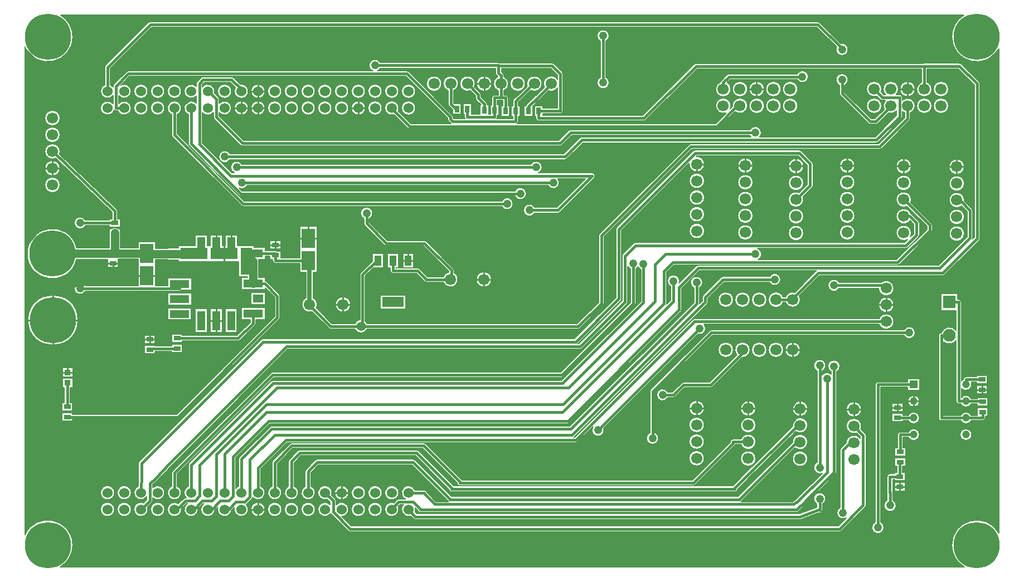
<source format=gtl>
G04 EasyPC Gerber Version 21.0.3 Build 4286 *
G04 #@! TF.Part,Single*
G04 #@! TF.FileFunction,Copper,L1,Top *
G04 #@! TF.FilePolarity,Positive *
%FSLAX34Y34*%
%MOIN*%
G04 #@! TA.AperFunction,SMDPad*
%ADD25R,0.02559X0.03937*%
%ADD108R,0.03937X0.05906*%
%ADD29R,0.04724X0.11811*%
%ADD73R,0.06969X0.16024*%
%ADD129R,0.07874X0.11811*%
G04 #@! TA.AperFunction,ComponentPad*
%ADD111R,0.04567X0.04567*%
%ADD113R,0.07677X0.07677*%
G04 #@! TD.AperFunction*
%ADD13C,0.00500*%
%ADD16C,0.01000*%
%ADD74C,0.01500*%
G04 #@! TA.AperFunction,WasherPad*
%ADD21C,0.02362*%
G04 #@! TD.AperFunction*
%ADD80C,0.02500*%
G04 #@! TA.AperFunction,ComponentPad*
%ADD112C,0.04567*%
G04 #@! TA.AperFunction,ViaPad*
%ADD78C,0.04800*%
G04 #@! TD.AperFunction*
%ADD76C,0.05000*%
G04 #@! TA.AperFunction,ViaPad*
%ADD115C,0.05600*%
G04 #@! TA.AperFunction,ComponentPad*
%ADD107C,0.06000*%
%ADD11C,0.06693*%
%ADD114C,0.07677*%
G04 #@! TA.AperFunction,WasherPad*
%ADD10C,0.27559*%
G04 #@! TA.AperFunction,SMDPad*
%ADD24R,0.03937X0.02559*%
%ADD26R,0.03740X0.03346*%
%ADD28R,0.05906X0.04724*%
%ADD27R,0.11811X0.04724*%
%ADD109R,0.12992X0.05906*%
%ADD72R,0.16024X0.06969*%
X0Y0D02*
D02*
D10*
X4947Y4226D03*
Y34659D03*
X5211Y21672D03*
X5254Y17693D03*
X60502Y4226D03*
Y34659D03*
D02*
D11*
X5227Y25785D03*
Y26785D03*
Y27785D03*
Y28785D03*
Y29785D03*
X20605Y18628D03*
X22605D03*
X28046Y31844D03*
X29028Y20127D03*
X29046Y31844D03*
X30046D03*
X31028Y20127D03*
X31046Y31844D03*
X32046D03*
X33046D03*
X34046D03*
X35046D03*
X43746Y9423D03*
Y10423D03*
Y11423D03*
Y12423D03*
X43762Y23031D03*
Y24031D03*
Y25031D03*
Y26031D03*
Y27031D03*
X45341Y30522D03*
Y31522D03*
X45491Y15915D03*
Y18915D03*
X46341Y30522D03*
Y31522D03*
X46491Y15915D03*
Y18915D03*
X46664Y22944D03*
Y23944D03*
Y24944D03*
Y25944D03*
Y26944D03*
X46833Y9407D03*
Y10407D03*
Y11407D03*
Y12407D03*
X47341Y30522D03*
Y31522D03*
X47491Y15915D03*
Y18915D03*
X48341Y30522D03*
Y31522D03*
X48491Y15915D03*
Y18915D03*
X49341Y30522D03*
Y31522D03*
X49491Y15915D03*
Y18915D03*
X49691Y22906D03*
Y23906D03*
Y24906D03*
Y25906D03*
Y26906D03*
X49935Y9395D03*
Y10395D03*
Y11395D03*
Y12395D03*
X52750Y22944D03*
Y23944D03*
Y24944D03*
Y25944D03*
Y26944D03*
X53148Y9352D03*
Y10352D03*
Y11352D03*
Y12352D03*
X54361Y30521D03*
Y31521D03*
X55085Y17608D03*
Y18608D03*
Y19608D03*
X55361Y30521D03*
Y31521D03*
X56132Y22906D03*
Y23906D03*
Y24906D03*
Y25906D03*
Y26906D03*
X56361Y30521D03*
Y31521D03*
X57361Y30521D03*
Y31521D03*
X58361Y30521D03*
Y31521D03*
X59302Y22872D03*
Y23872D03*
Y24872D03*
Y25872D03*
Y26872D03*
D02*
D13*
X24835Y32759D02*
G75*
G02X24657Y32602I-318J179D01*
G01*
X26435*
G75*
G02X26551Y32554J-163*
G01*
X29137Y29967*
G75*
G02X29185Y29852I-115J-115*
G01*
Y29801*
X29239Y29747*
X29903*
G75*
G02X29865Y29852I125J105*
G01*
Y30007*
X29775*
Y30650*
X30281*
Y30015*
X30806*
Y30579*
X30857*
X30574Y30863*
G75*
G02X30526Y30978I115J115*
G01*
Y31133*
X30234Y31425*
G75*
G02X29586Y31844I-189J419*
G01*
G75*
G02X30505I460*
G01*
G75*
G02X30465Y31656I-460J0*
G01*
X30804Y31316*
G75*
G02X30852Y31201I-115J-115*
G01*
Y31046*
X31175Y30723*
G75*
G02X31222Y30608I-115J-115*
G01*
Y30579*
X31312*
Y30015*
X31417*
Y30579*
X31504*
Y31002*
G75*
G02X31670Y31168I166*
G01*
X31883*
Y31414*
G75*
G02X31865Y32267I163J430*
G01*
X31779Y32346*
G75*
G02X31721Y32478I121J132*
G01*
Y32745*
X24835Y32759*
X27586Y31844D02*
G75*
G02X28505I460D01*
G01*
G75*
G02X27586I-460*
G01*
X29254Y30650D02*
X29671D01*
Y30007*
X29165*
Y30278*
X28931Y30512*
G75*
G02X28883Y30628I115J115*
G01*
Y31414*
G75*
G02X28586Y31844I163J430*
G01*
G75*
G02X29505I460*
G01*
G75*
G02X29209Y31414I-460*
G01*
Y30695*
X29254Y30650*
X30586Y31844D02*
G75*
G02X31505I460D01*
G01*
G75*
G02X30586I-460*
G01*
X29886Y29772D02*
G36*
G75*
G02X29865Y29852I142J80D01*
G01*
Y30007*
X29775*
Y30650*
X30281*
Y30015*
X30806*
Y30579*
X30857*
X30574Y30863*
G75*
G02X30526Y30978I115J115*
G01*
Y30978*
Y31133*
X30234Y31425*
G75*
G02X29586Y31844I-189J419*
G01*
X29505*
G75*
G02X29209Y31414I-460J0*
G01*
Y30695*
X29254Y30650*
X29671*
Y30007*
X29165*
Y30278*
X28931Y30512*
G75*
G02X28883Y30628I115J115*
G01*
Y30628*
Y31414*
G75*
G02X28586Y31844I163J430*
G01*
X28505*
G75*
G02X27586I-460*
G01*
X27260*
X29137Y29967*
G75*
G02X29185Y29852I-115J-115*
G01*
Y29852*
Y29801*
X29214Y29772*
X29886*
G37*
X31586Y31844D02*
G36*
X31505D01*
G75*
G02X30586I-460*
G01*
X30505*
Y31844*
G75*
G02X30465Y31656I-459*
G01*
X30804Y31316*
G75*
G02X30852Y31201I-115J-115*
G01*
Y31201*
Y31046*
X31175Y30723*
G75*
G02X31222Y30608I-115J-115*
G01*
Y30608*
Y30579*
X31312*
Y30015*
X31417*
Y30579*
X31504*
Y31002*
G75*
G02X31670Y31168I166*
G01*
X31858*
Y31425*
G75*
G02X31586Y31844I188J419*
G01*
G37*
X31721Y32734D02*
G36*
X24819D01*
G75*
G02X24682Y32613I-302J204*
G01*
Y32602*
X26435*
G75*
G02X26551Y32554I0J-163*
G01*
X27260Y31844*
X27586*
G75*
G02X28505I460*
G01*
X28586*
G75*
G02X29505I460*
G01*
X29586*
G75*
G02X30505I460*
G01*
X30586*
G75*
G02X31505I460*
G01*
X31586*
G75*
G02X31858Y32264I460*
G01*
Y32274*
X31779Y32346*
G75*
G02X31721Y32478I121J132*
G01*
Y32478*
Y32734*
G37*
X61815Y33928D02*
G75*
G02X58999Y34659I-1313J731D01*
G01*
G75*
G02X59717Y35941I1503*
G01*
X5732*
G75*
G02X6450Y34659I-785J-1281*
G01*
G75*
G02X3575Y34046I-1503*
G01*
Y4840*
G75*
G02X6450Y4226I1372J-613*
G01*
G75*
G02X5706Y2929I-1503*
G01*
X59743*
G75*
G02X58999Y4226I759J1297*
G01*
G75*
G02X61815Y4957I1503*
G01*
Y33928*
X60648Y31963D02*
G75*
G02X60701Y31836I-126J-127D01*
G01*
Y22592*
G75*
G02X60648Y22466I-179*
G01*
X58570Y20387*
G75*
G02X58443Y20335I-127J126*
G01*
X51092*
X49894Y19136*
G75*
G02X49491Y18455I-403J-221*
G01*
G75*
G02X49061Y18752J460*
G01*
X48920*
G75*
G02X48031Y18915I-430J163*
G01*
G75*
G02X48920Y19078I460*
G01*
X49061*
G75*
G02X49611Y19359I430J-163*
G01*
X50891Y20640*
G75*
G02X50912Y20658I127J-126*
G01*
X43916*
X42854Y19596*
Y18305*
G75*
G02X42806Y18189I-163*
G01*
X36157Y11540*
G75*
G02X36042Y11492I-115J115*
G01*
X18225*
X16180Y9447*
Y7623*
G75*
G02X16354Y7756I337J-259*
G01*
Y9374*
G75*
G02X16402Y9489I163*
G01*
X18213Y11300*
G75*
G02X18328Y11348I115J-115*
G01*
X36167*
X43583Y18764*
Y19613*
G75*
G02X43381Y19940I163J327*
G01*
G75*
G02X44111I365*
G01*
G75*
G02X43909Y19613I-365*
G01*
Y18697*
G75*
G02X43909Y18688I-163J0*
G01*
X44082Y18861*
Y19056*
Y19056*
Y19056*
G75*
G02X44135Y19182I179*
G01*
X45203Y20250*
G75*
G02X45329Y20302I126J-126*
G01*
X48097*
G75*
G02X48781Y20124I318J-179*
G01*
G75*
G02X48097Y19945I-365*
G01*
X45403*
X44440Y18982*
Y18787*
G75*
G02X44387Y18661I-179*
G01*
X36428Y10701*
G75*
G02X36414Y10688I-126J126*
G01*
X36457*
X43492Y17723*
G75*
G02X43608Y17771I115J-115*
G01*
X54655*
G75*
G02X55545Y17608I430J-163*
G01*
G75*
G02X54655Y17445I-460*
G01*
X44189*
G75*
G02X43827Y16837I-258J-258*
G01*
X38196Y11206*
G75*
G02X38210Y11107I-351J-99*
G01*
G75*
G02X37480I-365*
G01*
G75*
G02X37544Y11314I365*
G01*
X36640Y10410*
G75*
G02X36525Y10362I-115J115*
G01*
X19251*
X17680Y8791*
Y7756*
G75*
G02X17517Y6939I-163J-393*
G01*
G75*
G02X17204Y7076J425*
G01*
G75*
G02X17155Y6984I-175J34*
G01*
X16865Y6694*
G75*
G02X16820Y6662I-127J126*
G01*
G75*
G02X16517Y5939I-303J-298*
G01*
G75*
G02X16104Y6464J425*
G01*
X15935Y6286*
G75*
G02X15092Y6364I-418J78*
G01*
G75*
G02X15110Y6485I425*
G01*
X15110Y6485*
X14939Y6314*
G75*
G02X14092Y6364I-422J50*
G01*
G75*
G02X14280Y6717I425*
G01*
X14264*
X13941Y6394*
G75*
G02X13517Y5939I-424J-30*
G01*
G75*
G02X13299Y6728J425*
G01*
X13259*
X12940Y6409*
G75*
G02X12942Y6364I-422J-45*
G01*
G75*
G02X12092I-425*
G01*
G75*
G02X12773Y6703I425*
G01*
X13076Y7007*
G75*
G02X13191Y7054I115J-115*
G01*
X13226*
G75*
G02X13354Y7756I291J309*
G01*
Y9025*
G75*
G02X13402Y9141I163*
G01*
X18297Y14036*
G75*
G02X18413Y14084I115J-115*
G01*
X35660*
X40408Y18832*
Y20720*
G75*
G02X40248Y20877I163J327*
G01*
G75*
G02X40110Y20757I-301J207*
G01*
Y18689*
G75*
G02X40062Y18573I-163*
G01*
X35793Y14304*
G75*
G02X35678Y14256I-115J115*
G01*
X18459*
X12680Y8477*
Y7756*
G75*
G02X12517Y6939I-163J-393*
G01*
G75*
G02X12354Y7756J425*
G01*
Y8545*
G75*
G02X12402Y8660I163*
G01*
X18276Y14534*
G75*
G02X18391Y14582I115J-115*
G01*
X35610*
X39784Y18756*
Y20757*
G75*
G02X39634Y20897I163J327*
G01*
Y18795*
G75*
G02X39581Y18668I-179*
G01*
X36903Y15990*
G75*
G02X36776Y15937I-127J126*
G01*
X19301*
X12182Y8818*
G75*
G02X12133Y8726I-176J34*
G01*
X11341Y7934*
G75*
G02X11259Y7888I-126J126*
G01*
X11224Y7853*
Y7672*
G75*
G02X11942Y7364I293J-308*
G01*
G75*
G02X11224Y7056I-425*
G01*
Y6888*
G75*
G02X11171Y6760I-179*
G01*
X10917Y6508*
G75*
G02X10517Y5939I-400J-144*
G01*
G75*
G02Y6789J425*
G01*
G75*
G02X10665Y6762I0J-425*
G01*
X10867Y6962*
Y7123*
G75*
G02X10092Y7364I-350J241*
G01*
G75*
G02X10346Y7753I425*
G01*
X10363Y8555*
Y9124*
G75*
G02X10416Y9250I179*
G01*
X17688Y16523*
G75*
G02X17814Y16575I127J-126*
G01*
X36441*
X38916Y19050*
Y23128*
G75*
G02X38969Y23254I179*
G01*
X43531Y27817*
G75*
G02X43658Y27869I127J-126*
G01*
X49884*
G75*
G02X50011Y27817J-179*
G01*
X50664Y27164*
G75*
G02X50716Y27037I-126J-127*
G01*
Y25745*
G75*
G02X50664Y25618I-179*
G01*
X50119Y25074*
G75*
G02X49691Y24447I-428J-167*
G01*
G75*
G02Y25366J460*
G01*
G75*
G02X49870Y25330I0J-460*
G01*
X50359Y25819*
Y26963*
X49810Y27512*
X43732*
X43708Y27488*
G75*
G02X44222Y27031I55J-456*
G01*
G75*
G02X43303I-460*
G01*
G75*
G02X43306Y27086I460J0*
G01*
X39274Y23054*
Y18976*
G75*
G02X39221Y18849I-179*
G01*
X36666Y16295*
X36702*
X39276Y18869*
Y21531*
G75*
G02X39329Y21658I179*
G01*
X39956Y22285*
G75*
G02X40083Y22338I127J-126*
G01*
X56192*
X56363Y22509*
G75*
G02X55673Y22906I-231J398*
G01*
G75*
G02X56592I460*
G01*
G75*
G02X56530Y22676I-460*
G01*
X56721Y22867*
Y23431*
X56509Y23643*
G75*
G02X55673Y23906I-377J263*
G01*
G75*
G02X56560Y24074I460*
G01*
G75*
G02X56625Y24033I-62J-168*
G01*
X57026Y23631*
G75*
G02X57079Y23505I-126J-127*
G01*
Y22793*
G75*
G02X57026Y22666I-179*
G01*
X56393Y22033*
G75*
G02X56266Y21980I-127J126*
G01*
X47393*
G75*
G02X47440Y21310I-119J-345*
G01*
X55699*
X57520Y23132*
Y23308*
X56335Y24494*
G75*
G02X55673Y24906I-203J413*
G01*
G75*
G02X56592I460*
G01*
G75*
G02X56558Y24732I-460*
G01*
X57799Y23491*
G75*
G02X57846Y23376I-115J-115*
G01*
Y23065*
G75*
G02X57799Y22949I-163*
G01*
X55881Y21032*
G75*
G02X55766Y20984I-115J115*
G01*
X42391*
X41970Y20564*
Y18693*
G75*
G02X41967Y18658I-163J0*
G01*
X42198Y18889*
Y19703*
G75*
G02X41996Y20029I163J327*
G01*
G75*
G02X42726I365*
G01*
G75*
G02X42704Y19907I-365*
G01*
X43733Y20936*
G75*
G02X43849Y20984I115J-115*
G01*
X58226*
X59922Y22679*
Y24198*
X59599Y24521*
G75*
G02X58842Y24872I-297J351*
G01*
G75*
G02X59761I460*
G01*
G75*
G02X59759Y24822I-460J0*
G01*
X60200Y24381*
G75*
G02X60248Y24265I-115J-115*
G01*
Y22612*
G75*
G02X60241Y22564I-163J0*
G01*
X60343Y22666*
Y31762*
X59385Y32717*
X57524*
Y31951*
G75*
G02X57820Y31521I-163J-430*
G01*
G75*
G02X56901I-460*
G01*
G75*
G02X57198Y31951I460*
G01*
Y32732*
X43777*
X40702Y29658*
G75*
G02X40587Y29610I-115J115*
G01*
X34300*
G75*
G02X34137Y29773J163*
G01*
Y29889*
X34047*
Y30532*
X34553*
Y30373*
X35430*
Y31592*
G75*
G02X34884Y31414I-384J252*
G01*
X34353Y30883*
G75*
G02X34289Y30843I-115J115*
G01*
X33942Y30497*
Y29889*
X33436*
Y30532*
X33537*
G75*
G02X33574Y30590I152J-58*
G01*
X34098Y31113*
G75*
G02X34162Y31153I115J-115*
G01*
X34639Y31630*
G75*
G02X35430Y32096I407J214*
G01*
Y32359*
X35029Y32760*
X32079*
Y32557*
X32167Y32476*
G75*
G02X32224Y32344I-121J-132*
G01*
Y32268*
G75*
G02X32209Y31414I-179J-423*
G01*
Y31168*
X32311*
G75*
G02X32477Y31002J-166*
G01*
Y30532*
X32564*
Y29889*
X32058*
Y30532*
X32145*
Y30836*
X31836*
Y30579*
X31923*
Y29936*
X31833*
Y29852*
G75*
G02X31795Y29747I-163J0*
G01*
X32759*
Y29889*
X32669*
Y30532*
X32759*
Y30801*
G75*
G02X32806Y30916I163*
G01*
X32979Y31089*
G75*
G02X33045Y31129I115J-115*
G01*
X33611Y31695*
G75*
G02X33586Y31844I435J149*
G01*
G75*
G02X34505I460*
G01*
G75*
G02X33820Y31444I-460*
G01*
X33236Y30859*
G75*
G02X33170Y30819I-115J115*
G01*
X33085Y30733*
Y30532*
X33175*
Y29889*
X33085*
Y29584*
G75*
G02X33029Y29462I-163*
G01*
X44878*
X45510Y30094*
G75*
G02X44881Y30522I-169J427*
G01*
G75*
G02X45801I460*
G01*
G75*
G02X45768Y30352I-460J0*
G01*
X45884Y30469*
G75*
G02X45881Y30522I457J53*
G01*
G75*
G02X46801I460*
G01*
G75*
G02X46046Y30169I-460*
G01*
X45061Y29184*
G75*
G02X44945Y29136I-115J115*
G01*
X26586*
G75*
G02X26471Y29184J163*
G01*
X25665Y29989*
G75*
G02X25092Y30388I-148J398*
G01*
G75*
G02X25942I425*
G01*
G75*
G02X25904Y30211I-425J0*
G01*
X26654Y29462*
X29064*
G75*
G02X29056Y29469I108J122*
G01*
X28907Y29619*
G75*
G02X28859Y29734I115J115*
G01*
Y29785*
X26368Y32276*
X9834*
X9324Y31766*
G75*
G02X9942Y31388I193J-379*
G01*
G75*
G02X9181Y31127I-425*
G01*
Y30648*
G75*
G02X9942Y30388I336J-260*
G01*
G75*
G02X9125Y30225I-425*
G01*
X9018*
G75*
G02X8921Y30256J163*
G01*
G75*
G02X8092Y30388I-404J131*
G01*
G75*
G02X8855Y30645I425*
G01*
Y31130*
G75*
G02X8092Y31388I-338J258*
G01*
G75*
G02X8354Y31780I425*
G01*
Y32832*
G75*
G02X8402Y32948I163*
G01*
X10961Y35507*
G75*
G02X11076Y35554I115J-115*
G01*
X50991*
G75*
G02X51106Y35507J-163*
G01*
X52365Y34248*
G75*
G02X52808Y33891I79J-356*
G01*
G75*
G02X52078I-365*
G01*
G75*
G02X52110Y34041I365*
G01*
X50923Y35228*
X11144*
X8680Y32765*
Y31780*
G75*
G02X8855Y31645I-163J-393*
G01*
Y31691*
G75*
G02X8903Y31806I163*
G01*
X9651Y32554*
G75*
G02X9766Y32602I115J-115*
G01*
X24377*
G75*
G02X24152Y32939I140J337*
G01*
G75*
G02X24836Y33117I365*
G01*
X31900Y33102*
G75*
G02X31902I1J-176*
G01*
G75*
G02X31973Y33086I-2J-179*
G01*
X35097*
G75*
G02X35212Y33038J-163*
G01*
X35708Y32542*
G75*
G02X35756Y32427I-115J-115*
G01*
Y30210*
G75*
G02X35593Y30047I-163*
G01*
X34553*
Y29936*
X40519*
X43594Y33011*
G75*
G02X43709Y33058I115J-115*
G01*
X57287*
G75*
G02X57361Y33074I73J-163*
G01*
X59459*
G75*
G02X59585Y33022I0J-179*
G01*
X60648Y31963*
X37789Y34706D02*
G75*
G02X38519I365D01*
G01*
G75*
G02X38317Y34380I-365*
G01*
Y32234*
G75*
G02X38519Y31907I-163J-327*
G01*
G75*
G02X37789I-365*
G01*
G75*
G02X37991Y32234I365*
G01*
Y34380*
G75*
G02X37789Y34706I163J327*
G01*
X54786Y19957D02*
G75*
G02X55545Y19608I299J-349D01*
G01*
G75*
G02X54625Y19600I-460*
G01*
X52277*
G75*
G02X51594Y19779I-318J179*
G01*
G75*
G02X52277Y19957I365*
G01*
X54786*
X54625Y18608D02*
G75*
G02X55545I460D01*
G01*
G75*
G02X54625I-460*
G01*
X60527Y13064D02*
X61171D01*
Y12558*
X60527*
Y12673*
X60166*
G75*
G02X59539I-314J163*
G01*
X59420*
G75*
G02X59257Y12836J163*
G01*
Y16453*
G75*
G02X58539Y16378I-396J319*
G01*
Y11999*
X59539*
G75*
G02X60166I314J-163*
G01*
X60527*
Y12453*
X61171*
Y11948*
X61012*
Y11836*
G75*
G02X60849Y11673I-163*
G01*
X60166*
G75*
G02X59539I-314J163*
G01*
X58376*
G75*
G02X58213Y11836J163*
G01*
Y16772*
G75*
G02X58376Y16935I163*
G01*
X58379*
G75*
G02X59257Y17092I482J-163*
G01*
Y18264*
X58352*
Y19281*
X59369*
Y18935*
X59420*
G75*
G02X59583Y18772J-163*
G01*
Y14064*
G75*
G02X59690Y14150I270J-228*
G01*
G75*
G02X59853Y14304I163J-9*
G01*
X60495*
Y14394*
X61139*
Y13889*
X60495*
Y13978*
X60176*
G75*
G02X59583Y13609I-324J-142*
G01*
Y13064*
G75*
G02X60166Y12999I270J-228*
G01*
X60527*
Y13064*
X60495Y13784D02*
X61139D01*
Y13278*
X60495*
Y13784*
X59499Y10836D02*
G75*
G02X60206I353D01*
G01*
G75*
G02X59499I-353*
G01*
X46031Y18915D02*
G75*
G02X46950I460D01*
G01*
G75*
G02X46031I-460*
G01*
X47031D02*
G75*
G02X47950I460D01*
G01*
G75*
G02X47031I-460*
G01*
X45031D02*
G75*
G02X45950I460D01*
G01*
G75*
G02X45031I-460*
G01*
X56136Y17106D02*
G75*
G02X56828Y16943I327J-163D01*
G01*
G75*
G02X56136Y16780I-365*
G01*
X44696*
X41271Y13354*
Y10952*
G75*
G02X41473Y10626I-163J-327*
G01*
G75*
G02X40743I-365*
G01*
G75*
G02X40945Y10952I365*
G01*
Y13422*
G75*
G02X40993Y13537I163*
G01*
X44513Y17058*
G75*
G02X44628Y17106I115J-115*
G01*
X56136*
X45031Y15915D02*
G75*
G02X45950I460D01*
G01*
G75*
G02X45031I-460*
G01*
X46031D02*
G75*
G02X46950I460D01*
G01*
G75*
G02X46491Y15455I-460*
G01*
G75*
G02X46457Y15457I0J460*
G01*
X44696Y13696*
G75*
G02X44581Y13648I-115J115*
G01*
X43028*
X42484Y13104*
G75*
G02X42368Y13056I-115J115*
G01*
X42041*
G75*
G02X41349Y13219I-327J163*
G01*
G75*
G02X42041Y13382I365*
G01*
X42301*
X42845Y13926*
G75*
G02X42960Y13974I115J-115*
G01*
X44514*
X46148Y15608*
G75*
G02X46031Y15915I342J307*
G01*
X46373Y11407D02*
G75*
G02X47293I460D01*
G01*
G75*
G02X46373I-460*
G01*
Y12407D02*
G75*
G02X47293I460D01*
G01*
G75*
G02X46373I-460*
G01*
X43287Y9423D02*
G75*
G02X44206I460D01*
G01*
G75*
G02X43287I-460*
G01*
Y10423D02*
G75*
G02X44206I460D01*
G01*
G75*
G02X43287I-460*
G01*
Y11423D02*
G75*
G02X44206I460D01*
G01*
G75*
G02X43287I-460*
G01*
Y12423D02*
G75*
G02X44206I460D01*
G01*
G75*
G02X43287I-460*
G01*
X47031Y15915D02*
G75*
G02X47950I460D01*
G01*
G75*
G02X47031I-460*
G01*
X48031D02*
G75*
G02X48950I460D01*
G01*
G75*
G02X48031I-460*
G01*
X49031D02*
G75*
G02X49950I460D01*
G01*
G75*
G02X49031I-460*
G01*
X49476Y11395D02*
G75*
G02X50395I460D01*
G01*
G75*
G02X49663Y11025I-460*
G01*
X49342Y10699*
G75*
G02X49341Y10698I-128J127*
G01*
X47294Y8651*
G75*
G02X47229Y8609I-127J126*
G01*
X46213Y7593*
Y7592*
G75*
G02X46034Y7414I-179*
G01*
X29097*
G75*
G02X28920Y7568J179*
G01*
X26916Y9571*
X20101*
X19696Y9166*
Y7749*
G75*
G02X19517Y6939I-179J-386*
G01*
G75*
G02X19338Y7749J425*
G01*
Y9240*
G75*
G02X19391Y9366I179*
G01*
X19900Y9876*
G75*
G02X20027Y9928I127J-126*
G01*
X26991*
G75*
G02X27117Y9876J-179*
G01*
X29222Y7771*
X45888*
G75*
G02X45908Y7794I145J-104*
G01*
X47017Y8903*
G75*
G02X47083Y8945I127J-126*
G01*
X49088Y10950*
X49478Y11347*
G75*
G02X49476Y11395I457J48*
G01*
X51594Y14931D02*
G75*
G02X52324I365D01*
G01*
G75*
G02X52122Y14604I-365*
G01*
Y8584*
G75*
G02X52074Y8469I-163*
G01*
X51082Y7477*
G75*
G02X51020Y7438I-115J115*
G01*
X50397Y6815*
G75*
G02X50358Y6752I-154J53*
G01*
X49826Y6221*
G75*
G02X49711Y6173I-115J115*
G01*
X27224*
G75*
G02X27061Y6328J163*
G01*
X26932Y6457*
G75*
G02X26913Y6209I-415J-93*
G01*
X27012Y6110*
X49894*
X50929Y6495*
Y6680*
G75*
G02X50743Y6998I179J318*
G01*
G75*
G02X51473I365*
G01*
G75*
G02X51286Y6680I-365*
G01*
Y6320*
G75*
G02X51040Y6155I-179*
G01*
X49989Y5763*
G75*
G02X49927Y5752I-63J167*
G01*
X26938*
G75*
G02X26812Y5805J179*
G01*
X26655Y5962*
G75*
G02X26209Y6657I-138J402*
G01*
X26009*
X25900Y6548*
G75*
G02X25517Y5939I-383J-184*
G01*
G75*
G02Y6789J425*
G01*
G75*
G02X25657Y6765I0J-425*
G01*
X25826Y6935*
G75*
G02X25941Y6983I115J-115*
G01*
X26329*
G75*
G02X26517Y7789I188J381*
G01*
G75*
G02X26910Y7527J-425*
G01*
X27465*
G75*
G02X27628Y7372J-163*
G01*
X28165Y6834*
X28891*
G75*
G02X28876Y6848I111J140*
G01*
X26712Y9012*
X21141*
X20696Y8553*
Y7749*
G75*
G02X20517Y6939I-179J-386*
G01*
G75*
G02X20338Y7749J425*
G01*
Y8627*
G75*
G02X20391Y8753I179J0*
G01*
X20422Y8785*
X20937Y9315*
G75*
G02X21065Y9369I128J-124*
G01*
X26786*
G75*
G02X26912Y9317J-179*
G01*
X29076Y7153*
X46228*
X49476Y10394*
G75*
G02Y10395I461J1*
G01*
G75*
G02X50395I460*
G01*
G75*
G02X49635Y10047I-460J0*
G01*
X46428Y6848*
G75*
G02X46412Y6834I-126J127*
G01*
X49498*
X49552Y6888*
G75*
G02X49667Y6936I115J-115*
G01*
X51244Y8514*
G75*
G02X50945Y9179I-137J338*
G01*
Y14644*
G75*
G02X50743Y14970I163J327*
G01*
G75*
G02X51473I365*
G01*
G75*
G02X51271Y14644I-365*
G01*
Y14431*
G75*
G02X51796Y14449I271J-244*
G01*
Y14604*
G75*
G02X51594Y14931I163J327*
G01*
X49476Y9395D02*
G75*
G02X50395I460D01*
G01*
G75*
G02X49476I-460*
G01*
X53881Y10796D02*
Y10796D01*
Y10796*
Y6605*
G75*
G02X53827Y6476I-182*
G01*
X52421Y5070*
G75*
G02X52293Y5017I-129J128*
G01*
X23019*
G75*
G02X22891Y5070I0J182*
G01*
X21882Y6079*
G75*
G02X21857Y6109I129J129*
G01*
G75*
G02X21092Y6364I-340J255*
G01*
G75*
G02X21828Y6653I425*
G01*
Y6803*
X21664Y6965*
G75*
G02X21092Y7364I-147J399*
G01*
G75*
G02X21942I425*
G01*
G75*
G02X21919Y7224I-425J0*
G01*
X22137Y7009*
G75*
G02X22192Y6880I-127J-130*
G01*
Y6638*
G75*
G02X22942Y6364I325J-274*
G01*
G75*
G02X22535Y5939I-425*
G01*
X23094Y5380*
X52217*
X52691Y5854*
G75*
G02X52133Y6164I-193J310*
G01*
G75*
G02X52335Y6491I365*
G01*
Y9923*
G75*
G02X52383Y10038I163*
G01*
X52688Y10344*
G75*
G02X53517Y10626I460J9*
G01*
Y10721*
X53314Y10924*
G75*
G02X52688Y11352I-166J428*
G01*
G75*
G02X53608I460*
G01*
G75*
G02X53574Y11179I-460*
G01*
X53828Y10924*
G75*
G02X53881Y10796I-129J-129*
G01*
X22092Y7364D02*
G75*
G02X22942I425D01*
G01*
G75*
G02X22092I-425*
G01*
X23092Y6364D02*
G75*
G02X23942I425D01*
G01*
G75*
G02X23092I-425*
G01*
Y7364D02*
G75*
G02X23942I425D01*
G01*
G75*
G02X23092I-425*
G01*
X24092Y6364D02*
G75*
G02X24942I425D01*
G01*
G75*
G02X24092I-425*
G01*
Y7364D02*
G75*
G02X24942I425D01*
G01*
G75*
G02X24092I-425*
G01*
X25092D02*
G75*
G02X25942I425D01*
G01*
G75*
G02X25092I-425*
G01*
X20092Y6364D02*
G75*
G02X20942I425D01*
G01*
G75*
G02X20092I-425*
G01*
X49476Y12395D02*
G75*
G02X50395I460D01*
G01*
G75*
G02X49476I-460*
G01*
X52688Y12352D02*
G75*
G02X53608I460D01*
G01*
G75*
G02X52688I-460*
G01*
X56373Y14190D02*
X57080D01*
Y13483*
X56373*
Y13673*
X54751*
Y5612*
G75*
G02X54953Y5285I-163J-327*
G01*
G75*
G02X54223I-365*
G01*
G75*
G02X54425Y5612I365*
G01*
Y13836*
G75*
G02X54588Y13999I163*
G01*
X56373*
Y14190*
X55600Y9453D02*
X56243D01*
Y8948*
X56062*
Y8580*
X56221*
Y8075*
X55577*
Y8149*
X55496*
Y6921*
G75*
G02X55682Y6603I-179J-318*
G01*
G75*
G02X54952I-365*
G01*
G75*
G02X55139Y6921I365*
G01*
Y8327*
G75*
G02X55317Y8506I179*
G01*
X55577*
Y8580*
X55736*
Y8948*
X55600*
Y9453*
X55577Y7970D02*
X56221D01*
Y7464*
X55577*
Y7970*
X56413Y11999D02*
G75*
G02X57080Y11836I314J-163D01*
G01*
G75*
G02X56413Y11673I-353*
G01*
X56077*
Y11604*
X55433*
Y12110*
X56077*
Y11999*
X56413*
Y10999D02*
G75*
G02X57080Y10836I314J-163D01*
G01*
G75*
G02X56413Y10673I-353*
G01*
X56085*
Y10064*
X56243*
Y9558*
X55600*
Y10064*
X55759*
Y10836*
G75*
G02X55922Y10999I163*
G01*
X56413*
X55433Y12720D02*
X56077D01*
Y12214*
X55433*
Y12720*
X56373Y12836D02*
G75*
G02X57080I353D01*
G01*
G75*
G02X56373I-353*
G01*
X18092Y6364D02*
G75*
G02X18942I425D01*
G01*
G75*
G02X18092I-425*
G01*
X46403Y10570D02*
G75*
G02X47293Y10407I430J-163D01*
G01*
G75*
G02X46403Y10244I-460*
G01*
X46070*
G75*
G02X46039Y10201I-146J72*
G01*
X43665Y7828*
G75*
G02X43550Y7780I-115J115*
G01*
X29581*
G75*
G02X29418Y7943J163*
G01*
Y7962*
X27363Y10017*
X19598*
X18680Y9099*
Y7756*
G75*
G02X18517Y6939I-163J-393*
G01*
G75*
G02X18354Y7756J425*
G01*
Y9166*
G75*
G02X18402Y9281I163*
G01*
X19415Y10295*
G75*
G02X19531Y10343I115J-115*
G01*
X27430*
G75*
G02X27546Y10295J-163*
G01*
X29696Y8145*
G75*
G02X29725Y8106I-115J-115*
G01*
X43482*
X45761Y10384*
Y10407*
G75*
G02X45924Y10570I163*
G01*
X46403*
X46373Y9407D02*
G75*
G02X47293I460D01*
G01*
G75*
G02X46373I-460*
G01*
X19092Y6364D02*
G75*
G02X19942I425D01*
G01*
G75*
G02X19092I-425*
G01*
X17092D02*
G75*
G02X17942I425D01*
G01*
G75*
G02X17092I-425*
G01*
X11092D02*
G75*
G02X11942I425D01*
G01*
G75*
G02X11092I-425*
G01*
X46204Y22944D02*
G75*
G02X47123I460D01*
G01*
G75*
G02X46204I-460*
G01*
Y23944D02*
G75*
G02X47123I460D01*
G01*
G75*
G02X46204I-460*
G01*
Y24944D02*
G75*
G02X47123I460D01*
G01*
G75*
G02X46204I-460*
G01*
Y25944D02*
G75*
G02X47123I460D01*
G01*
G75*
G02X46204I-460*
G01*
Y26944D02*
G75*
G02X47123I460D01*
G01*
G75*
G02X46204I-460*
G01*
X49232Y22906D02*
G75*
G02X50151I460D01*
G01*
G75*
G02X49232I-460*
G01*
Y23906D02*
G75*
G02X50151I460D01*
G01*
G75*
G02X49232I-460*
G01*
Y25906D02*
G75*
G02X50151I460D01*
G01*
G75*
G02X49232I-460*
G01*
Y26906D02*
G75*
G02X50151I460D01*
G01*
G75*
G02X49232I-460*
G01*
X43303Y23031D02*
G75*
G02X44222I460D01*
G01*
G75*
G02X43303I-460*
G01*
Y24031D02*
G75*
G02X44222I460D01*
G01*
G75*
G02X43303I-460*
G01*
Y25031D02*
G75*
G02X44222I460D01*
G01*
G75*
G02X43303I-460*
G01*
Y26031D02*
G75*
G02X44222I460D01*
G01*
G75*
G02X43303I-460*
G01*
X57901Y30521D02*
G75*
G02X58820I460D01*
G01*
G75*
G02X57901I-460*
G01*
Y31521D02*
G75*
G02X58820I460D01*
G01*
G75*
G02X57901I-460*
G01*
X58842Y22872D02*
G75*
G02X59761I460D01*
G01*
G75*
G02X58842I-460*
G01*
Y23872D02*
G75*
G02X59761I460D01*
G01*
G75*
G02X58842I-460*
G01*
Y25872D02*
G75*
G02X59761I460D01*
G01*
G75*
G02X58842I-460*
G01*
Y26872D02*
G75*
G02X59761I460D01*
G01*
G75*
G02X58842I-460*
G01*
X49747Y32421D02*
G75*
G02X50438Y32258I327J-163D01*
G01*
G75*
G02X49747Y32095I-365*
G01*
X45751*
X45574Y31918*
G75*
G02X45801Y31522I-233J-396*
G01*
G75*
G02X44881I-460*
G01*
G75*
G02X45182Y31953I460*
G01*
G75*
G02X45226Y32030I159J-38*
G01*
X45568Y32373*
G75*
G02X45683Y32421I115J-115*
G01*
X49747*
X45881Y31522D02*
G75*
G02X46801I460D01*
G01*
G75*
G02X45881I-460*
G01*
X46881Y30522D02*
G75*
G02X47801I460D01*
G01*
G75*
G02X46881I-460*
G01*
Y31522D02*
G75*
G02X47801I460D01*
G01*
G75*
G02X46881I-460*
G01*
X47881Y30522D02*
G75*
G02X48801I460D01*
G01*
G75*
G02X47881I-460*
G01*
Y31522D02*
G75*
G02X48801I460D01*
G01*
G75*
G02X47881I-460*
G01*
X48881Y30522D02*
G75*
G02X49801I460D01*
G01*
G75*
G02X48881I-460*
G01*
Y31522D02*
G75*
G02X49801I460D01*
G01*
G75*
G02X48881I-460*
G01*
X56058Y30867D02*
G75*
G02X56820Y30521I303J-346D01*
G01*
G75*
G02X56524Y30092I-460*
G01*
Y29752*
G75*
G02X56476Y29636I-163*
G01*
X54808Y27968*
G75*
G02X54692Y27920I-115J115*
G01*
X43463*
X38213Y22670*
Y18699*
G75*
G02X38165Y18583I-163*
G01*
X36787Y17205*
G75*
G02X36672Y17158I-115J115*
G01*
X24050*
G75*
G02X23309I-371J163*
G01*
X21865*
G75*
G02X21749Y17205J163*
G01*
X20760Y18195*
G75*
G02X20392Y19035I-155J433*
G01*
Y20542*
X20015*
Y21095*
X18554*
G75*
G02X18391Y21258J163*
G01*
Y21326*
X18232*
Y21520*
X17946*
Y21322*
X17557*
G75*
G02X17573Y21219I-322J-102*
G01*
Y20253*
X17950*
Y20050*
G75*
G02X18028Y20007I-37J-159*
G01*
X18787Y19248*
G75*
G02X18835Y19133I-115J-115*
G01*
Y17852*
G75*
G02X18787Y17737I-163*
G01*
X12836Y11786*
G75*
G02X12721Y11738I-115J115*
G01*
X6438*
Y11648*
X5795*
Y12154*
X6438*
Y12064*
X12653*
X18509Y17920*
Y19065*
X17950Y19624*
Y19530*
X16519*
Y20253*
X16897*
Y20293*
X16351*
Y21199*
X14602*
Y21198*
X12749*
Y21286*
X12110*
Y21309*
X11387*
Y19752*
X12114*
Y20213*
X13545*
Y19491*
X12959*
G75*
G02X12829Y19426I-130J98*
G01*
X7211*
G75*
G02X6519Y19589I-327J163*
G01*
G75*
G02X7211Y19752I365*
G01*
X10350*
Y21341*
X9171*
Y20835*
X8527*
Y21334*
X6675*
G75*
G02X3708Y21672I-1464J338*
G01*
G75*
G02X6675Y22010I1503*
G01*
X8617*
Y22903*
G75*
G02X8633Y23006I338*
G01*
Y23156*
X8731*
G75*
G02X9179I224J-253*
G01*
X9277*
Y23006*
G75*
G02X9293Y22903I-322J-103*
G01*
Y22017*
X10350*
Y22394*
X11387*
Y21985*
X12110*
Y22009*
X12749*
Y22144*
X13763*
Y22788*
X14486*
Y22144*
X14549*
Y22145*
X14657*
Y22784*
X15379*
Y22145*
X15554*
Y22792*
X16277*
Y22145*
X17298*
Y22044*
X17946*
Y21846*
X18554*
G75*
G02X18618Y21832J-163*
G01*
X18875*
Y21421*
X20015*
Y23312*
X21053*
Y20542*
X20818*
Y19035*
G75*
G02X21008Y18407I-213J-407*
G01*
X21932Y17484*
X23309*
G75*
G02X23611Y17720I371J-163*
G01*
Y20409*
G75*
G02X23659Y20525I163*
G01*
X24366Y21232*
Y21673*
X25010*
Y20832*
X24428*
X23937Y20342*
Y17633*
G75*
G02X24050Y17484I-257J-313*
G01*
X36604*
X37887Y18766*
Y22738*
G75*
G02X37934Y22853I163*
G01*
X43280Y28199*
G75*
G02X43395Y28246I115J-115*
G01*
X54625*
X56198Y29819*
Y30092*
G75*
G02X56058Y30175I163J430*
G01*
Y29863*
G75*
G02X56005Y29736I-179*
G01*
X54623Y28354*
G75*
G02X54496Y28301I-127J126*
G01*
X36957*
X36004Y27348*
G75*
G02X35877Y27295I-127J126*
G01*
X15852*
G75*
G02X15169Y27474I-318J179*
G01*
G75*
G02X15852Y27653I365*
G01*
X35803*
X36757Y28606*
G75*
G02X36883Y28659I127J-126*
G01*
X46999*
G75*
G02X46939Y28735I255J261*
G01*
X36286*
X35705Y28155*
G75*
G02X35579Y28102I-126J126*
G01*
X16593*
G75*
G02X16466Y28155J179*
G01*
X14896Y29725*
G75*
G02X14843Y29852I126J127*
G01*
Y30115*
G75*
G02X14193Y30113I-326J272*
G01*
Y28282*
X15962Y26513*
X16098*
G75*
G02X15877Y26848I145J335*
G01*
G75*
G02X16569Y27011I365*
G01*
X33821*
G75*
G02X34513Y26848I327J-163*
G01*
G75*
G02X34293Y26513I-365*
G01*
X37485*
G75*
G02X37612Y26461I0J-179*
G01*
X37629Y26444*
G75*
G02X37629Y26191I-126J-126*
G01*
X35583Y24143*
G75*
G02X35456Y24091I-126J126*
G01*
X34061*
G75*
G02X33377Y24269I-318J179*
G01*
G75*
G02X34061Y24448I365*
G01*
X35382*
X37088Y26156*
X35453*
G75*
G02X35541Y25919I-278J-237*
G01*
G75*
G02X34849Y25756I-365*
G01*
X16884*
G75*
G02X16399Y25590I-327J163*
G01*
X16561Y25428*
X32884*
G75*
G02X33576Y25265I327J-163*
G01*
G75*
G02X32884Y25102I-365*
G01*
X16493*
G75*
G02X16378Y25150J163*
G01*
X13402Y28126*
G75*
G02X13354Y28242I115J115*
G01*
Y29995*
G75*
G02X13517Y30813I163J393*
G01*
G75*
G02X13835Y30669J-425*
G01*
Y31106*
G75*
G02X13092Y31388I-318J282*
G01*
G75*
G02X13835Y31669I425*
G01*
Y31864*
Y31864*
Y31864*
G75*
G02X13888Y31990I179*
G01*
X14109Y32212*
G75*
G02X14236Y32264I126J-126*
G01*
X15934*
G75*
G02X16061Y32212J-179*
G01*
X16463Y31809*
G75*
G02X16517Y31813I54J-422*
G01*
G75*
G02Y30963J-425*
G01*
G75*
G02X16156Y31611I0J425*
G01*
X15860Y31907*
X14310*
X14193Y31790*
Y31662*
G75*
G02X14925Y31269I324J-275*
G01*
X15148Y31045*
G75*
G02X15201Y30919I-126J-126*
G01*
Y30919*
Y30919*
Y30671*
G75*
G02X15942Y30388I316J-284*
G01*
G75*
G02X15201Y30104I-425*
G01*
Y29926*
X16667Y28460*
X35505*
X36086Y29040*
G75*
G02X36212Y29093I126J-126*
G01*
X46933*
G75*
G02X47619Y28920I321J-173*
G01*
G75*
G02X47509Y28659I-365*
G01*
X54422*
X55701Y29937*
Y30212*
G75*
G02X55209Y30088I-340J309*
G01*
X54578Y29457*
G75*
G02X54463Y29410I-115J115*
G01*
X54124*
G75*
G02X54009Y29457J163*
G01*
X52328Y31138*
G75*
G02X52280Y31254I115J115*
G01*
Y31750*
G75*
G02X52078Y32076I163J327*
G01*
G75*
G02X52808I365*
G01*
G75*
G02X52606Y31750I-365*
G01*
Y31321*
X54192Y29736*
X54395*
X54959Y30299*
G75*
G02X55028Y30839I402J223*
G01*
X54857*
G75*
G02X54730Y30891J179*
G01*
X54528Y31093*
G75*
G02X53901Y31521I-167J428*
G01*
G75*
G02X54820I460*
G01*
G75*
G02X54784Y31343I-460J0*
G01*
X54931Y31196*
X55036*
G75*
G02X54901Y31521I325J325*
G01*
G75*
G02X55820I460*
G01*
G75*
G02X55685Y31196I-460*
G01*
X55879*
G75*
G02X56058Y31017J-179*
G01*
Y30867*
X55673Y25906D02*
G75*
G02X56592I460D01*
G01*
G75*
G02X55673I-460*
G01*
Y26906D02*
G75*
G02X56592I460D01*
G01*
G75*
G02X55673I-460*
G01*
X52291Y22944D02*
G75*
G02X53210I460D01*
G01*
G75*
G02X52291I-460*
G01*
Y23944D02*
G75*
G02X53210I460D01*
G01*
G75*
G02X52291I-460*
G01*
Y24944D02*
G75*
G02X53210I460D01*
G01*
G75*
G02X52291I-460*
G01*
Y25944D02*
G75*
G02X53210I460D01*
G01*
G75*
G02X52291I-460*
G01*
Y26944D02*
G75*
G02X53210I460D01*
G01*
G75*
G02X52291I-460*
G01*
X8092Y6364D02*
G75*
G02X8942I425D01*
G01*
G75*
G02X8092I-425*
G01*
Y7364D02*
G75*
G02X8942I425D01*
G01*
G75*
G02X8092I-425*
G01*
X9092Y6364D02*
G75*
G02X9942I425D01*
G01*
G75*
G02X9092I-425*
G01*
Y7364D02*
G75*
G02X9942I425D01*
G01*
G75*
G02X9092I-425*
G01*
X17105Y19351D02*
X17945D01*
Y18629*
X17105*
Y19351*
X16511Y18450D02*
X17942D01*
Y17727*
X17390*
Y17500*
G75*
G02X17342Y17384I-163*
G01*
X16452Y16495*
G75*
G02X16337Y16447I-115J115*
G01*
X13005*
Y16357*
X12362*
Y16863*
X13005*
Y16773*
X16269*
X17064Y17567*
Y17727*
X16511*
Y18450*
X14669Y18383D02*
X15391D01*
Y16951*
X14669*
Y18383*
X15551Y18379D02*
X16273D01*
Y16948*
X15551*
Y18379*
X13767Y18383D02*
X14490D01*
Y16951*
X13767*
Y18383*
X12362Y16253D02*
X13005D01*
Y15747*
X12362*
Y15815*
X11371*
Y15672*
X10728*
Y16178*
X11371*
Y16141*
X12362*
Y16253*
X10728Y16788D02*
X11371D01*
Y16282*
X10728*
Y16788*
X12110Y18426D02*
X13541D01*
Y17703*
X12110*
Y18426*
X12114Y19316D02*
X13545D01*
Y18593*
X12114*
Y19316*
X3751Y17693D02*
G75*
G02X6757I1503D01*
G01*
G75*
G02X3751I-1503*
G01*
X5820Y14227D02*
X6444D01*
Y13642*
X6295*
Y12764*
X6438*
Y12259*
X5795*
Y12764*
X5938*
Y13642*
X5820*
Y14227*
Y14857D02*
X6444D01*
Y14272*
X5820*
Y14857*
X24819Y19193D02*
X26368D01*
Y18352*
X24819*
Y19193*
X16092Y30388D02*
G75*
G02X16942I425D01*
G01*
G75*
G02X16092I-425*
G01*
X15092Y31388D02*
G75*
G02X15942I425D01*
G01*
G75*
G02X15092I-425*
G01*
X53901Y30521D02*
G75*
G02X54820I460D01*
G01*
G75*
G02X53901I-460*
G01*
X55901Y31521D02*
G75*
G02X56820I460D01*
G01*
G75*
G02X55901I-460*
G01*
X56901Y30521D02*
G75*
G02X57820I460D01*
G01*
G75*
G02X56901I-460*
G01*
X32586Y31844D02*
G75*
G02X33505I460D01*
G01*
G75*
G02X32586I-460*
G01*
X10092Y30388D02*
G75*
G02X10942I425D01*
G01*
G75*
G02X10092I-425*
G01*
Y31388D02*
G75*
G02X10942I425D01*
G01*
G75*
G02X10092I-425*
G01*
X11092Y30388D02*
G75*
G02X11942I425D01*
G01*
G75*
G02X11092I-425*
G01*
Y31388D02*
G75*
G02X11942I425D01*
G01*
G75*
G02X11092I-425*
G01*
X32085Y24820D02*
G75*
G02X32777Y24657I327J-163D01*
G01*
G75*
G02X32085Y24494I-365*
G01*
X16636*
G75*
G02X16521Y24542J163*
G01*
X12402Y28661*
G75*
G02X12354Y28776I115J115*
G01*
Y29995*
G75*
G02X12517Y30813I163J393*
G01*
G75*
G02X12680Y29995J-425*
G01*
Y28844*
X16704Y24820*
X32085*
X18232Y22443D02*
X18875D01*
Y21937*
X18232*
Y22443*
X22145Y18628D02*
G75*
G02X23064I460D01*
G01*
G75*
G02X22145I-460*
G01*
X29245Y20532D02*
G75*
G02X29028Y19667I-217J-405D01*
G01*
G75*
G02X28598Y19964J460*
G01*
X27554*
G75*
G02X27396Y20087J163*
G01*
X26990Y20492*
X25594*
G75*
G02X25431Y20655J163*
G01*
Y20832*
X25272*
Y21673*
X25916*
Y20832*
X25757*
Y20818*
X27057*
G75*
G02X27173Y20770J-163*
G01*
X27654Y20290*
X28598*
G75*
G02X28919Y20573I430J-163*
G01*
Y20614*
X27395Y22138*
X25181*
G75*
G02X25066Y22186J163*
G01*
X23896Y23356*
G75*
G02X23848Y23471I115J115*
G01*
Y23759*
G75*
G02X23646Y24085I163J327*
G01*
G75*
G02X24376I365*
G01*
G75*
G02X24174Y23759I-365*
G01*
Y23539*
X25249Y22464*
X27463*
G75*
G02X27578Y22416J-163*
G01*
X29197Y20797*
G75*
G02X29245Y20682I-115J-115*
G01*
Y20532*
X26178Y21673D02*
X26821D01*
Y20832*
X26178*
Y21673*
X30568Y20127D02*
G75*
G02X31488I460D01*
G01*
G75*
G02X30568I-460*
G01*
X12092Y31388D02*
G75*
G02X12942I425D01*
G01*
G75*
G02X12092I-425*
G01*
X17092Y30388D02*
G75*
G02X17942I425D01*
G01*
G75*
G02X17092I-425*
G01*
Y31388D02*
G75*
G02X17942I425D01*
G01*
G75*
G02X17092I-425*
G01*
X18092Y30388D02*
G75*
G02X18942I425D01*
G01*
G75*
G02X18092I-425*
G01*
Y31388D02*
G75*
G02X18942I425D01*
G01*
G75*
G02X18092I-425*
G01*
X19092Y30388D02*
G75*
G02X19942I425D01*
G01*
G75*
G02X19092I-425*
G01*
Y31388D02*
G75*
G02X19942I425D01*
G01*
G75*
G02X19092I-425*
G01*
X20092Y30388D02*
G75*
G02X20942I425D01*
G01*
G75*
G02X20092I-425*
G01*
Y31388D02*
G75*
G02X20942I425D01*
G01*
G75*
G02X20092I-425*
G01*
X21092Y30388D02*
G75*
G02X21942I425D01*
G01*
G75*
G02X21092I-425*
G01*
Y31388D02*
G75*
G02X21942I425D01*
G01*
G75*
G02X21092I-425*
G01*
X22092Y30388D02*
G75*
G02X22942I425D01*
G01*
G75*
G02X22092I-425*
G01*
Y31388D02*
G75*
G02X22942I425D01*
G01*
G75*
G02X22092I-425*
G01*
X23092Y30388D02*
G75*
G02X23942I425D01*
G01*
G75*
G02X23092I-425*
G01*
Y31388D02*
G75*
G02X23942I425D01*
G01*
G75*
G02X23092I-425*
G01*
X24092Y30388D02*
G75*
G02X24942I425D01*
G01*
G75*
G02X24092I-425*
G01*
Y31388D02*
G75*
G02X24942I425D01*
G01*
G75*
G02X24092I-425*
G01*
X25092D02*
G75*
G02X25942I425D01*
G01*
G75*
G02X25092I-425*
G01*
X26092Y30388D02*
G75*
G02X26942I425D01*
G01*
G75*
G02X26092I-425*
G01*
Y31388D02*
G75*
G02X26942I425D01*
G01*
G75*
G02X26092I-425*
G01*
X4767Y25785D02*
G75*
G02X5686I460D01*
G01*
G75*
G02X4767I-460*
G01*
Y26785D02*
G75*
G02X5686I460D01*
G01*
G75*
G02X4767I-460*
G01*
X9118Y23766D02*
X9277D01*
Y23261*
X8633*
Y23351*
X7211*
G75*
G02X6519Y23514I-327J163*
G01*
G75*
G02X7211Y23676I365*
G01*
X8633*
Y23766*
X8792*
Y24157*
X5440Y27378*
G75*
G02X4767Y27785I-213J407*
G01*
G75*
G02X5686I460*
G01*
G75*
G02X5656Y27622I-460*
G01*
X9068Y24344*
G75*
G02X9118Y24226I-113J-118*
G01*
Y24226*
Y24226*
Y23766*
X4767Y28785D02*
G75*
G02X5686I460D01*
G01*
G75*
G02X4767I-460*
G01*
Y29785D02*
G75*
G02X5686I460D01*
G01*
G75*
G02X4767I-460*
G01*
X61790Y5001D02*
G36*
Y6364D01*
X55593*
G75*
G02X55042I-276J239*
G01*
X54751*
Y5612*
G75*
G02X54953Y5285I-163J-327*
G01*
G75*
G02X54223I-365*
G01*
Y5285*
G75*
G02X54425Y5612I365*
G01*
Y6364*
X53715*
X52421Y5070*
G75*
G02X52293Y5017I-129J128*
G01*
X23019*
G75*
G02X22891Y5070I0J182*
G01*
X21882Y6079*
G75*
G02X21857Y6109I127J128*
G01*
G75*
G02X21092Y6364I-340J255*
G01*
X20942*
G75*
G02X20092I-425*
G01*
X19942*
G75*
G02X19092I-425*
G01*
X18942*
G75*
G02X18092I-425*
G01*
X17942*
G75*
G02X17092I-425*
G01*
X16942*
G75*
G02X16517Y5939I-425*
G01*
G75*
G02X16092Y6364J425*
G01*
X16009*
X15935Y6286*
G75*
G02X15092Y6364I-418J78*
G01*
Y6364*
X14989*
X14939Y6314*
G75*
G02X14092Y6364I-422J50*
G01*
X13942*
G75*
G02X13517Y5939I-425*
G01*
G75*
G02X13092Y6364J425*
G01*
X12942*
G75*
G02X12092I-425*
G01*
X11942*
G75*
G02X11092I-425*
G01*
X10942*
G75*
G02X10517Y5939I-425*
G01*
G75*
G02X10092Y6364J425*
G01*
X9942*
G75*
G02X9092I-425*
G01*
X8942*
G75*
G02X8092I-425*
G01*
X3600*
Y4893*
G75*
G02X6450Y4226I1347J-667*
G01*
Y4226*
G75*
G02X5747Y2954I-1503*
G01*
X59702*
G75*
G02X58999Y4226I800J1272*
G01*
G75*
G02X61790Y5001I1503*
G01*
G37*
X50576Y6364D02*
G36*
X49969D01*
X49826Y6221*
G75*
G02X49711Y6173I-115J115*
G01*
X27224*
G75*
G02X27061Y6328I0J163*
G01*
X27025Y6364*
X26942*
G75*
G02X26913Y6209I-425*
G01*
X27012Y6110*
X49894*
X50576Y6364*
G37*
X52193D02*
G36*
X51286D01*
Y6320*
Y6320*
G75*
G02X51040Y6155I-179*
G01*
X49989Y5763*
G75*
G02X49927Y5752I-63J168*
G01*
X26938*
G75*
G02X26812Y5805J179*
G01*
X26655Y5962*
G75*
G02X26092Y6364I-138J402*
G01*
X25942*
G75*
G02X25517Y5939I-425*
G01*
G75*
G02X25092Y6364J425*
G01*
X24942*
G75*
G02X24092I-425*
G01*
X23942*
G75*
G02X23092I-425*
G01*
X22942*
G75*
G02X22535Y5939I-425*
G01*
X23094Y5380*
X52217*
X52691Y5854*
G75*
G02X52133Y6164I-193J310*
G01*
Y6164*
G75*
G02X52193Y6364I365*
G01*
G37*
X10092Y7364D02*
G36*
X9942D01*
G75*
G02X9092I-425*
G01*
X8942*
G75*
G02X8092I-425*
G01*
X3600*
Y6364*
X8092*
G75*
G02X8942I425*
G01*
X9092*
G75*
G02X9942I425*
G01*
X10092*
G75*
G02X10517Y6789I425*
G01*
G75*
G02X10665Y6762I0J-426*
G01*
X10867Y6962*
Y7123*
G75*
G02X10092Y7364I-350J241*
G01*
G37*
X13092Y6364D02*
G36*
G75*
G02X13299Y6728I425D01*
G01*
X13259*
X12940Y6409*
G75*
G02X12942Y6364I-435J-46*
G01*
X13092*
G37*
X14092D02*
G36*
G75*
G02X14280Y6717I425J0D01*
G01*
X14264*
X13941Y6394*
G75*
G02X13942Y6364I-424J-30*
G01*
Y6364*
X14092*
G37*
X15092D02*
G36*
Y6364D01*
G75*
G02X15110Y6485I425*
G01*
X15110Y6485*
X14989Y6364*
X15092*
G37*
X13092Y7364D02*
G36*
X12942D01*
G75*
G02X12517Y6939I-425*
G01*
G75*
G02X12092Y7364J425*
G01*
X11942*
Y7364*
G75*
G02X11224Y7056I-425*
G01*
Y6888*
Y6887*
G75*
G02X11171Y6760I-179*
G01*
X10917Y6508*
G75*
G02X10942Y6364I-400J-144*
G01*
X11092*
G75*
G02X11942I425*
G01*
X12092*
G75*
G02X12773Y6703I425*
G01*
X13076Y7007*
G75*
G02X13191Y7054I115J-115*
G01*
X13226*
G75*
G02X13092Y7364I291J309*
G01*
G37*
X16092Y6364D02*
G36*
Y6364D01*
G75*
G02X16104Y6464I425*
G01*
X16009Y6364*
X16092*
G37*
X21092D02*
G36*
Y6364D01*
G75*
G02X21828Y6653I425*
G01*
Y6803*
X21664Y6965*
G75*
G02X21092Y7364I-147J399*
G01*
X20942*
G75*
G02X20517Y6939I-425*
G01*
G75*
G02X20092Y7364J425*
G01*
X19942*
G75*
G02X19517Y6939I-425*
G01*
G75*
G02X19092Y7364J425*
G01*
X18942*
G75*
G02X18517Y6939I-425*
G01*
G75*
G02X18092Y7364J425*
G01*
X17942*
G75*
G02X17517Y6939I-425*
G01*
G75*
G02X17204Y7076I0J425*
G01*
G75*
G02X17155Y6984I-175J34*
G01*
X16865Y6694*
G75*
G02X16820Y6662I-127J126*
G01*
G75*
G02X16942Y6364I-303J-298*
G01*
X17092*
G75*
G02X17942I425*
G01*
X18092*
G75*
G02X18942I425*
G01*
X19092*
G75*
G02X19942I425*
G01*
X20092*
G75*
G02X20942I425*
G01*
X21092*
G37*
X26092Y7364D02*
G36*
X25942D01*
G75*
G02X25092I-425*
G01*
X24942*
G75*
G02X24092I-425*
G01*
X23942*
G75*
G02X23092I-425*
G01*
X22942*
G75*
G02X22092I-425*
G01*
X21942*
Y7364*
G75*
G02X21919Y7224I-424*
G01*
X22137Y7009*
G75*
G02X22192Y6880I-127J-130*
G01*
Y6638*
G75*
G02X22942Y6364I325J-274*
G01*
X23092*
G75*
G02X23942I425*
G01*
X24092*
G75*
G02X24942I425*
G01*
X25092*
G75*
G02X25517Y6789I425*
G01*
G75*
G02X25657Y6765I0J-426*
G01*
X25826Y6935*
G75*
G02X25941Y6983I115J-115*
G01*
X26329*
G75*
G02X26092Y7364I188J381*
G01*
G37*
Y6364D02*
G36*
G75*
G02X26209Y6657I425D01*
G01*
X26009*
X25900Y6548*
G75*
G02X25942Y6364I-383J-184*
G01*
X26092*
G37*
X52335Y7364D02*
G36*
X50945D01*
X50397Y6815*
G75*
G02X50358Y6752I-154J52*
G01*
X49969Y6364*
X50576*
X50929Y6495*
Y6680*
G75*
G02X50743Y6998I179J318*
G01*
G75*
G02X51473I365*
G01*
G75*
G02X51286Y6680I-365J0*
G01*
Y6364*
X52193*
G75*
G02X52335Y6491I305J-200*
G01*
Y7364*
G37*
X28360D02*
G36*
X27635D01*
X28165Y6834*
X28891*
G75*
G02X28876Y6848I112J142*
G01*
X28360Y7364*
G37*
X46439D02*
G36*
X28865D01*
X29076Y7153*
X46228*
X46439Y7364*
G37*
X27025Y6364D02*
G36*
X26932Y6457D01*
G75*
G02X26942Y6364I-415J-93*
G01*
Y6364*
X27025*
G37*
X50095Y7364D02*
G36*
X46945D01*
X46428Y6848*
G75*
G02X46412Y6834I-124J124*
G01*
X49498*
X49552Y6888*
G75*
G02X49667Y6936I115J-115*
G01*
X50095Y7364*
G37*
X54425D02*
G36*
X53881D01*
Y6605*
G75*
G02X53827Y6476I-182J0*
G01*
X53715Y6364*
X54425*
Y7364*
G37*
X55042Y6364D02*
G36*
G75*
G02X54952Y6603I276J239D01*
G01*
G75*
G02X55139Y6921I365J0*
G01*
Y7364*
X54751*
Y6364*
X55042*
G37*
X55593D02*
G36*
X61790D01*
Y7364*
X55496*
Y6921*
G75*
G02X55682Y6603I-179J-318*
G01*
G75*
G02X55593Y6364I-365*
G01*
G37*
X8092Y7364D02*
G36*
G75*
G02X8281Y7717I425D01*
G01*
X3600*
Y7364*
X8092*
G37*
X9092D02*
G36*
G75*
G02X9281Y7717I425D01*
G01*
X8753*
G75*
G02X8942Y7364I-236J-353*
G01*
X9092*
G37*
X10092D02*
G36*
G75*
G02X10281Y7717I425J0D01*
G01*
X9753*
G75*
G02X9942Y7364I-236J-353*
G01*
X10092*
G37*
X11281Y7717D02*
G36*
X11224D01*
Y7672*
G75*
G02X11281Y7717I293J-308*
G01*
G37*
X12092Y7364D02*
G36*
G75*
G02X12281Y7717I425D01*
G01*
X11753*
G75*
G02X11942Y7364I-236J-353*
G01*
X12092*
G37*
X13092D02*
G36*
G75*
G02X13281Y7717I425D01*
G01*
X12753*
G75*
G02X12942Y7364I-236J-353*
G01*
X13092*
G37*
X16281Y7717D02*
G36*
X16180D01*
Y7623*
G75*
G02X16281Y7717I337J-258*
G01*
G37*
X18092Y7364D02*
G36*
G75*
G02X18281Y7717I425D01*
G01*
X17753*
G75*
G02X17942Y7364I-236J-353*
G01*
X18092*
G37*
X19092D02*
G36*
G75*
G02X19281Y7717I425D01*
G01*
X18753*
G75*
G02X18942Y7364I-236J-353*
G01*
X19092*
G37*
X20092D02*
G36*
G75*
G02X20281Y7717I425D01*
G01*
X19753*
G75*
G02X19942Y7364I-236J-353*
G01*
X20092*
G37*
X52335Y7717D02*
G36*
X51322D01*
X51082Y7477*
G75*
G02X51020Y7438I-115J115*
G01*
X50945Y7364*
X52335*
Y7717*
G37*
X21092Y7364D02*
G36*
G75*
G02X21281Y7717I425D01*
G01*
X20753*
G75*
G02X20942Y7364I-236J-353*
G01*
X21092*
G37*
X22092D02*
G36*
G75*
G02X22281Y7717I425D01*
G01*
X21753*
G75*
G02X21942Y7364I-236J-353*
G01*
X22092*
G37*
X23092D02*
G36*
G75*
G02X23281Y7717I425D01*
G01*
X22753*
G75*
G02X22942Y7364I-236J-353*
G01*
X23092*
G37*
X24092D02*
G36*
G75*
G02X24281Y7717I425D01*
G01*
X23753*
G75*
G02X23942Y7364I-236J-353*
G01*
X24092*
G37*
X25092D02*
G36*
G75*
G02X25281Y7717I425D01*
G01*
X24753*
G75*
G02X24942Y7364I-236J-353*
G01*
X25092*
G37*
X26092D02*
G36*
G75*
G02X26281Y7717I425D01*
G01*
X25753*
G75*
G02X25942Y7364I-236J-353*
G01*
X26092*
G37*
X28360D02*
G36*
X28006Y7717D01*
X26753*
G75*
G02X26910Y7527I-236J-353*
G01*
X27465*
G75*
G02X27628Y7372J-163*
G01*
X27635Y7364*
X28360*
G37*
X46793Y7717D02*
G36*
X46337D01*
X46213Y7593*
Y7592*
G75*
G02X46034Y7414I-179*
G01*
X29097*
G75*
G02X28920Y7568I0J179*
G01*
X28770Y7717*
X28512*
X28865Y7364*
X46439*
X46793Y7717*
G37*
X50448D02*
G36*
X47299D01*
X46945Y7364*
X50095*
X50448Y7717*
G37*
X54425D02*
G36*
X53881D01*
Y7364*
X54425*
Y7717*
G37*
X55139D02*
G36*
X54751D01*
Y7364*
X55139*
Y7717*
G37*
X56221D02*
G36*
Y7464D01*
X55577*
Y7717*
X55496*
Y7364*
X61790*
Y7717*
X56221*
G37*
X10588Y9423D02*
G36*
X3600D01*
Y7717*
X8281*
G75*
G02X8753I236J-353*
G01*
X9281*
G75*
G02X9753I236J-353*
G01*
X10281*
G75*
G02X10346Y7753I236J-353*
G01*
X10363Y8555*
Y9124*
G75*
G02X10416Y9250I179*
G01*
X10588Y9423*
G37*
X12787D02*
G36*
X12182Y8818D01*
G75*
G02X12133Y8726I-175J34*
G01*
X11341Y7934*
G75*
G02X11259Y7888I-126J126*
G01*
X11224Y7853*
Y7717*
X11281*
G75*
G02X11753I236J-353*
G01*
X12281*
G75*
G02X12354Y7756I236J-353*
G01*
Y8545*
Y8545*
G75*
G02X12402Y8660I163*
G01*
X13165Y9423*
X12787*
G37*
X13626D02*
G36*
X12680Y8477D01*
Y7756*
G75*
G02X12753Y7717I-163J-393*
G01*
X13281*
G75*
G02X13354Y7756I236J-353*
G01*
Y9025*
Y9025*
G75*
G02X13402Y9141I163*
G01*
X13684Y9423*
X13626*
G37*
X16362D02*
G36*
X16180D01*
Y7717*
X16281*
G75*
G02X16354Y7756I236J-353*
G01*
Y9374*
Y9374*
G75*
G02X16362Y9423I163*
G01*
G37*
X18543D02*
G36*
X18312D01*
X17680Y8791*
Y7756*
G75*
G02X17753Y7717I-163J-393*
G01*
X18281*
G75*
G02X18354Y7756I236J-353*
G01*
Y9166*
Y9166*
G75*
G02X18402Y9281I163*
G01*
X18543Y9423*
G37*
X19447D02*
G36*
X19004D01*
X18680Y9099*
Y7756*
G75*
G02X18753Y7717I-163J-393*
G01*
X19281*
G75*
G02X19338Y7749I236J-353*
G01*
Y9240*
G75*
G02X19391Y9366I179*
G01*
X19447Y9423*
G37*
X28770Y7717D02*
G36*
X27064Y9423D01*
X19953*
X19696Y9166*
Y7749*
G75*
G02X19753Y7717I-179J-386*
G01*
X20281*
G75*
G02X20338Y7749I236J-353*
G01*
Y8627*
Y8627*
G75*
G02X20391Y8753I179*
G01*
X20422Y8785*
X20937Y9315*
G75*
G02X21065Y9369I129J-125*
G01*
X26786*
G75*
G02X26912Y9317J-179*
G01*
X28512Y7717*
X28770*
G37*
X28006D02*
G36*
X26712Y9012D01*
X21141*
X20696Y8553*
Y7749*
G75*
G02X20753Y7717I-179J-386*
G01*
X21281*
G75*
G02X21753I236J-353*
G01*
X22281*
G75*
G02X22753I236J-353*
G01*
X23281*
G75*
G02X23753I236J-353*
G01*
X24281*
G75*
G02X24753I236J-353*
G01*
X25281*
G75*
G02X25753I236J-353*
G01*
X26281*
G75*
G02X26517Y7789I236J-353*
G01*
G75*
G02X26753Y7717I0J-425*
G01*
X28006*
G37*
X44799Y9423D02*
G36*
X44206D01*
G75*
G02X43287I-460*
G01*
X28418*
X29696Y8145*
G75*
G02X29725Y8106I-114J-115*
G01*
X43482*
X44799Y9423*
G37*
X52335D02*
G36*
X52122D01*
Y8584*
Y8584*
G75*
G02X52074Y8469I-163*
G01*
X51322Y7717*
X52335*
Y9423*
G37*
X47561D02*
G36*
X47292D01*
G75*
G02X47293Y9407I-459J-16*
G01*
G75*
G02X46373I-460*
G01*
G75*
G02X46374Y9423I460J0*
G01*
X45260*
X43665Y7828*
G75*
G02X43550Y7780I-115J115*
G01*
X29581*
G75*
G02X29418Y7943J163*
G01*
Y7962*
X27957Y9423*
X27570*
X29222Y7771*
X45888*
G75*
G02X45908Y7794I150J-108*
G01*
X47017Y8903*
G75*
G02X47083Y8945I127J-126*
G01*
X47561Y9423*
G37*
X48503D02*
G36*
X48066D01*
X47294Y8651*
G75*
G02X47229Y8609I-127J126*
G01*
X46337Y7717*
X46793*
X48503Y9423*
G37*
X50945D02*
G36*
X50394D01*
G75*
G02X50395Y9395I-459J-28*
G01*
G75*
G02X49476I-460*
G01*
G75*
G02X49477Y9423I460*
G01*
X49009*
X47299Y7717*
X50448*
X51244Y8514*
G75*
G02X50743Y8852I-137J338*
G01*
G75*
G02X50945Y9179I365*
G01*
Y9423*
G37*
X54425D02*
G36*
X53881D01*
Y7717*
X54425*
Y9423*
G37*
X55600D02*
G36*
X54751D01*
Y7717*
X55139*
Y8327*
G75*
G02X55317Y8506I179*
G01*
X55577*
Y8580*
X55736*
Y8948*
X55600*
Y9423*
G37*
X56243D02*
G36*
Y8948D01*
X56062*
Y8580*
X56221*
Y8075*
X55577*
Y8149*
X55496*
Y7717*
X55577*
Y7970*
X56221*
Y7717*
X61790*
Y9423*
X56243*
G37*
X12001Y10836D02*
G36*
X3600D01*
Y9423*
X10588*
X12001Y10836*
G37*
X14200D02*
G36*
X12787Y9423D01*
X13165*
X14578Y10836*
X14200*
G37*
X15039D02*
G36*
X13626Y9423D01*
X13684*
X15098Y10836*
X15039*
G37*
X17749D02*
G36*
X17569D01*
X16180Y9447*
Y9423*
X16362*
G75*
G02X16402Y9489I155J-49*
G01*
X17749Y10836*
G37*
X27064Y9423D02*
G36*
X26916Y9571D01*
X20101*
X19953Y9423*
X27064*
G37*
X27957D02*
G36*
X27363Y10017D01*
X19598*
X19004Y9423*
X19447*
X19900Y9876*
G75*
G02X20027Y9928I127J-126*
G01*
X26991*
G75*
G02X27117Y9876J-179*
G01*
X27570Y9423*
X27957*
G37*
X46668Y10836D02*
G36*
X43947D01*
G75*
G02X44206Y10423I-201J-413*
G01*
G75*
G02X43287I-460*
G01*
G75*
G02X43545Y10836I460*
G01*
X41406*
G75*
G02X41473Y10626I-298J-211*
G01*
G75*
G02X40743I-365*
G01*
Y10626*
G75*
G02X40810Y10836I365*
G01*
X38090*
G75*
G02X37600I-245J271*
G01*
X37066*
X36640Y10410*
G75*
G02X36525Y10362I-115J115*
G01*
X19251*
X18312Y9423*
X18543*
X19415Y10295*
G75*
G02X19531Y10343I115J-115*
G01*
X27430*
G75*
G02X27546Y10295I0J-163*
G01*
X28418Y9423*
X43287*
G75*
G02X44206I460*
G01*
X44799*
X45761Y10384*
Y10407*
G75*
G02X45924Y10570I163*
G01*
X46403*
G75*
G02X46668Y10836I430J-163*
G01*
G37*
X36563D02*
G36*
X36428Y10701D01*
G75*
G02X36414Y10688I-126J126*
G01*
X36457*
X36605Y10836*
X36563*
G37*
X52335Y9423D02*
G36*
Y9923D01*
Y9923*
G75*
G02X52383Y10038I163*
G01*
X52688Y10344*
G75*
G02X52688Y10352I460J9*
G01*
G75*
G02X53517Y10626I460*
G01*
Y10721*
X53402Y10836*
X52122*
Y9423*
X52335*
G37*
X48974Y10836D02*
G36*
X46998D01*
G75*
G02X47293Y10407I-165J-429*
G01*
Y10407*
Y10407*
G75*
G02X46403Y10244I-460*
G01*
X46070*
G75*
G02X46039Y10201I-146J72*
G01*
X45260Y9423*
X46374*
G75*
G02X47292I459J-16*
G01*
X47561*
X48974Y10836*
G37*
X49806D02*
G36*
X49477D01*
X49342Y10699*
X49341Y10698*
X48066Y9423*
X48503*
X49476Y10394*
Y10395*
G75*
G02X49806Y10836I460*
G01*
G37*
X50945D02*
G36*
X50065D01*
G75*
G02X50395Y10395I-130J-441*
G01*
G75*
G02X49635Y10047I-460J0*
G01*
X49009Y9423*
X49477*
G75*
G02X50394I459J-28*
G01*
X50945*
Y10836*
G37*
X54425D02*
G36*
X53876D01*
G75*
G02X53881Y10796I-177J-40*
G01*
Y10796*
Y10796*
Y10796*
Y9423*
X54425*
Y10836*
G37*
X56243Y9423D02*
G36*
X61790D01*
Y10836*
X60206*
G75*
G02X59499I-353*
G01*
X57080*
G75*
G02X56413Y10673I-353*
G01*
X56085*
Y10064*
X56243*
Y9558*
X55600*
Y10064*
X55759*
Y10836*
X54751*
Y9423*
X55600*
Y9453*
X56243*
Y9423*
G37*
X12572Y11407D02*
G36*
X3600D01*
Y10836*
X12001*
X12572Y11407*
G37*
X14771D02*
G36*
X14200Y10836D01*
X14578*
X15149Y11407*
X14771*
G37*
X15610D02*
G36*
X15039Y10836D01*
X15098*
X15668Y11407*
X15610*
G37*
X36227D02*
G36*
X18140D01*
X17569Y10836*
X17749*
X18213Y11300*
G75*
G02X18328Y11348I115J-115*
G01*
X36167*
X36227Y11407*
G37*
X37600Y10836D02*
G36*
G75*
G02X37480Y11107I245J271D01*
G01*
G75*
G02X37544Y11314I365J0*
G01*
X37066Y10836*
X37600*
G37*
X53402D02*
G36*
X53314Y10924D01*
G75*
G02X52688Y11352I-166J428*
G01*
G75*
G02X52692Y11407I460J0*
G01*
X52122*
Y10836*
X53402*
G37*
X38398Y11407D02*
G36*
X38196Y11206D01*
G75*
G02X38210Y11107I-353J-99*
G01*
G75*
G02X38090Y10836I-365*
G01*
X40810*
G75*
G02X40945Y10952I298J-211*
G01*
Y11407*
X38398*
G37*
X37134D02*
G36*
X36563Y10836D01*
X36605*
X37176Y11407*
X37134*
G37*
X49476D02*
G36*
X47293D01*
G75*
G02X46373I-460*
G01*
X44206*
G75*
G02X43287I-459J16*
G01*
X41271*
Y10952*
G75*
G02X41406Y10836I-163J-327*
G01*
X43545*
G75*
G02X43947I201J-413*
G01*
X46668*
G75*
G02X46998I165J-429*
G01*
X48974*
X49088Y10950*
X49478Y11347*
G75*
G02X49476Y11395I452J48*
G01*
Y11395*
G75*
G02X49476Y11407I460J0*
G01*
G37*
X50945D02*
G36*
X50395D01*
G75*
G02X50395Y11395I-460J-12*
G01*
G75*
G02X49663Y11025I-460J0*
G01*
X49477Y10836*
X49806*
G75*
G02X50065I130J-441*
G01*
X50945*
Y11407*
G37*
X54425D02*
G36*
X53604D01*
G75*
G02X53608Y11352I-456J-55*
G01*
G75*
G02X53574Y11179I-460*
G01*
X53828Y10924*
G75*
G02X53876Y10836I-128J-128*
G01*
X54425*
Y11407*
G37*
X57080Y10836D02*
G36*
X59499D01*
G75*
G02X60206I353*
G01*
X61790*
Y11407*
X54751*
Y10836*
X55759*
G75*
G02X55922Y10999I163*
G01*
X56413*
G75*
G02X57080Y10836I314J-163*
G01*
G37*
X12886Y11836D02*
G36*
X12836Y11786D01*
G75*
G02X12721Y11738I-115J115*
G01*
X6438*
Y11648*
X5795*
Y11836*
X3600*
Y11407*
X12572*
X13001Y11836*
X12886*
G37*
X15200D02*
G36*
X14771Y11407D01*
X15149*
X15578Y11836*
X15200*
G37*
X16098D02*
G36*
X16039D01*
X15610Y11407*
X15668*
X16098Y11836*
G37*
X36656D02*
G36*
X36453D01*
X36157Y11540*
G75*
G02X36042Y11492I-115J115*
G01*
X18225*
X18140Y11407*
X36227*
X36656Y11836*
G37*
X54425D02*
G36*
X52122D01*
Y11407*
X52692*
G75*
G02X53604I456J-55*
G01*
X54425*
Y11836*
G37*
X38827D02*
G36*
X38398Y11407D01*
X40945*
Y11836*
X38827*
G37*
X37563D02*
G36*
X37134Y11407D01*
X37176*
X37605Y11836*
X37563*
G37*
X43287Y11407D02*
G36*
G75*
G02X43287Y11423I459J16D01*
G01*
G75*
G02X43545Y11836I460*
G01*
X41271*
Y11407*
X43287*
G37*
X46373D02*
G36*
G75*
G02X46668Y11836I460D01*
G01*
X43947*
G75*
G02X44206Y11423I-201J-413*
G01*
G75*
G02X44206Y11407I-460J0*
G01*
X46373*
G37*
X49476D02*
G36*
G75*
G02X49806Y11836I459J-12D01*
G01*
X46998*
G75*
G02X47293Y11407I-165J-429*
G01*
X49476*
G37*
X50945Y11836D02*
G36*
X50065D01*
G75*
G02X50395Y11407I-130J-441*
G01*
X50945*
Y11836*
G37*
X61012D02*
G36*
G75*
G02X60849Y11673I-163D01*
G01*
X60166*
G75*
G02X59539I-314J163*
G01*
X58376*
G75*
G02X58213Y11836J163*
G01*
X57080*
G75*
G02X56413Y11673I-353*
G01*
X56077*
Y11604*
X55433*
Y11836*
X54751*
Y11407*
X61790*
Y11836*
X61012*
G37*
X12996Y12407D02*
G36*
X6438D01*
Y12259*
X5795*
Y12407*
X3600*
Y11836*
X5795*
Y12154*
X6438*
Y12064*
X12653*
X12996Y12407*
G37*
X15771D02*
G36*
X15200Y11836D01*
X15578*
X16149Y12407*
X15771*
G37*
X13457D02*
G36*
X12886Y11836D01*
X13001*
X13572Y12407*
X13457*
G37*
X16668D02*
G36*
X16610D01*
X16039Y11836*
X16098*
X16668Y12407*
G37*
X50945D02*
G36*
X50395D01*
G75*
G02X50395Y12395I-460J-12*
G01*
G75*
G02X49476I-460*
G01*
G75*
G02X49476Y12407I460J0*
G01*
X47293*
G75*
G02X46373I-460*
G01*
X44206*
G75*
G02X43287I-459J16*
G01*
X41271*
Y11836*
X43545*
G75*
G02X43947I201J-413*
G01*
X46668*
G75*
G02X46998I165J-429*
G01*
X49806*
G75*
G02X50065I130J-441*
G01*
X50945*
Y12407*
G37*
X37227D02*
G36*
X37024D01*
X36453Y11836*
X36656*
X37227Y12407*
G37*
X39398D02*
G36*
X38827Y11836D01*
X40945*
Y12407*
X39398*
G37*
X38134D02*
G36*
X37563Y11836D01*
X37605*
X38176Y12407*
X38134*
G37*
X54425D02*
G36*
X53604D01*
G75*
G02X53608Y12352I-456J-55*
G01*
G75*
G02X52688I-460*
G01*
G75*
G02X52692Y12407I460J0*
G01*
X52122*
Y11836*
X54425*
Y12407*
G37*
X58213Y11836D02*
G36*
Y12407D01*
X56077*
Y12214*
X55433*
Y12407*
X54751*
Y11836*
X55433*
Y12110*
X56077*
Y11999*
X56413*
G75*
G02X57080Y11836I314J-163*
G01*
X58213*
G37*
X60527Y12407D02*
G36*
X58539D01*
Y11999*
X59539*
G75*
G02X60166I314J-163*
G01*
X60527*
Y12407*
G37*
X61171D02*
G36*
Y11948D01*
X61012*
Y11836*
X61790*
Y12407*
X61171*
G37*
X5795D02*
G36*
Y12764D01*
X5938*
Y12836*
X3600*
Y12407*
X5795*
G37*
X13425Y12836D02*
G36*
X6295D01*
Y12764*
X6438*
Y12407*
X12996*
X13425Y12836*
G37*
X16200D02*
G36*
X15771Y12407D01*
X16149*
X16578Y12836*
X16200*
G37*
X13886D02*
G36*
X13457Y12407D01*
X13572*
X14001Y12836*
X13886*
G37*
X17098D02*
G36*
X17039D01*
X16610Y12407*
X16668*
X17098Y12836*
G37*
X49476Y12407D02*
G36*
G75*
G02X49806Y12836I459J-12D01*
G01*
X46998*
G75*
G02X47293Y12407I-165J-429*
G01*
X49476*
G37*
X37656Y12836D02*
G36*
X37453D01*
X37024Y12407*
X37227*
X37656Y12836*
G37*
X39827D02*
G36*
X39398Y12407D01*
X40945*
Y12836*
X39827*
G37*
X38563D02*
G36*
X38134Y12407D01*
X38176*
X38605Y12836*
X38563*
G37*
X43287Y12407D02*
G36*
G75*
G02X43287Y12423I459J16D01*
G01*
G75*
G02X43545Y12836I460*
G01*
X41271*
Y12407*
X43287*
G37*
X46373D02*
G36*
G75*
G02X46668Y12836I460D01*
G01*
X43947*
G75*
G02X44206Y12423I-201J-413*
G01*
G75*
G02X44206Y12407I-460J0*
G01*
X46373*
G37*
X50945Y12836D02*
G36*
X50065D01*
G75*
G02X50395Y12407I-130J-441*
G01*
X50945*
Y12836*
G37*
X54425D02*
G36*
X52122D01*
Y12407*
X52692*
G75*
G02X53604I456J-55*
G01*
X54425*
Y12836*
G37*
X58213D02*
G36*
X57080D01*
G75*
G02X56373I-353*
G01*
X54751*
Y12407*
X55433*
Y12720*
X56077*
Y12407*
X58213*
Y12836*
G37*
X61171D02*
G36*
Y12558D01*
X60527*
Y12673*
X60166*
G75*
G02X59539I-314J163*
G01*
X59420*
G75*
G02X59257Y12836J163*
G01*
X58539*
Y12407*
X60527*
Y12453*
X61171*
Y12407*
X61790*
Y12836*
X61171*
G37*
X5938Y13531D02*
G36*
X3600D01*
Y12836*
X5938*
Y13531*
G37*
X14120D02*
G36*
X6295D01*
Y12836*
X13425*
X14120Y13531*
G37*
X14581D02*
G36*
X13886Y12836D01*
X14001*
X14696Y13531*
X14581*
G37*
X16895D02*
G36*
X16200Y12836D01*
X16578*
X17273Y13531*
X16895*
G37*
X17792D02*
G36*
X17734D01*
X17039Y12836*
X17098*
X17792Y13531*
G37*
X50945D02*
G36*
X42911D01*
X42484Y13104*
G75*
G02X42368Y13056I-115J115*
G01*
X42041*
G75*
G02X41349Y13219I-327J163*
G01*
G75*
G02X41524Y13531I365J0*
G01*
X41447*
X41271Y13354*
Y12836*
X43545*
G75*
G02X43947I201J-413*
G01*
X46668*
G75*
G02X46998I165J-429*
G01*
X49806*
G75*
G02X50065I130J-441*
G01*
X50945*
Y13531*
G37*
X38351D02*
G36*
X38148D01*
X37453Y12836*
X37656*
X38351Y13531*
G37*
X42450D02*
G36*
X41903D01*
G75*
G02X42041Y13382I-189J-312*
G01*
X42301*
X42450Y13531*
G37*
X40522D02*
G36*
X39827Y12836D01*
X40945*
Y13422*
Y13422*
G75*
G02X40987Y13531I163J0*
G01*
X40522*
G37*
X39258D02*
G36*
X38563Y12836D01*
X38605*
X39300Y13531*
X39258*
G37*
X54425D02*
G36*
X52122D01*
Y12836*
X54425*
Y13531*
G37*
X58213D02*
G36*
X57080D01*
Y13483*
X56373*
Y13531*
X54751*
Y12836*
X56373*
G75*
G02X57080I353*
G01*
X58213*
Y13531*
G37*
X59257Y12836D02*
G36*
Y13531D01*
X58539*
Y12836*
X59257*
G37*
X61171D02*
G36*
X61790D01*
Y13531*
X61139*
Y13278*
X60495*
Y13531*
X60031*
G75*
G02X59675I-178J305*
G01*
X59583*
Y13064*
G75*
G02X60166Y12999I270J-228*
G01*
X60527*
Y13064*
X61171*
Y12836*
G37*
X15154Y14565D02*
G36*
X6444D01*
Y14272*
X5820*
Y14565*
X3600*
Y13531*
X5938*
Y13642*
X5820*
Y14227*
X6444*
Y13642*
X6295*
Y13531*
X14120*
X15154Y14565*
G37*
X15615D02*
G36*
X14581Y13531D01*
X14696*
X15730Y14565*
X15615*
G37*
X18318D02*
G36*
X17928D01*
X16895Y13531*
X17273*
X18276Y14534*
G75*
G02X18318Y14565I115J-115*
G01*
G37*
X36141D02*
G36*
X36054D01*
X35793Y14304*
G75*
G02X35678Y14256I-115J115*
G01*
X18459*
X17734Y13531*
X17792*
X18297Y14036*
G75*
G02X18413Y14084I115J-115*
G01*
X35660*
X36141Y14565*
G37*
X50945Y13531D02*
G36*
Y14565D01*
X45566*
X44696Y13696*
G75*
G02X44581Y13648I-115J115*
G01*
X43028*
X42911Y13531*
X50945*
G37*
X39384Y14565D02*
G36*
X39182D01*
X38148Y13531*
X38351*
X39384Y14565*
G37*
X40292D02*
G36*
X39258Y13531D01*
X39300*
X40334Y14565*
X40292*
G37*
X42020D02*
G36*
X41555D01*
X40522Y13531*
X40987*
G75*
G02X40993Y13537I121J-109*
G01*
X42020Y14565*
G37*
X45104D02*
G36*
X42481D01*
X41447Y13531*
X41524*
G75*
G02X41903I189J-312*
G01*
X42450*
X42845Y13926*
G75*
G02X42960Y13974I115J-115*
G01*
X44514*
X45104Y14565*
G37*
X51796D02*
G36*
X51271D01*
Y14431*
G75*
G02X51796Y14449I271J-244*
G01*
Y14565*
G37*
X58213D02*
G36*
X52122D01*
Y13531*
X54425*
Y13836*
G75*
G02X54588Y13999I163*
G01*
X56373*
Y14190*
X57080*
Y13531*
X58213*
Y14565*
G37*
X56373Y13531D02*
G36*
Y13673D01*
X54751*
Y13531*
X56373*
G37*
X59257Y14565D02*
G36*
X58539D01*
Y13531*
X59257*
Y14565*
G37*
X59675Y13531D02*
G36*
G75*
G02X59583Y13609I178J305D01*
G01*
Y13531*
X59675*
G37*
X60031D02*
G36*
X60495D01*
Y13784*
X61139*
Y13531*
X61790*
Y14565*
X59583*
Y14064*
G75*
G02X59690Y14150I270J-228*
G01*
G75*
G02X59853Y14304I163J-8*
G01*
X60495*
Y14394*
X61139*
Y13889*
X60495*
Y13978*
X60176*
G75*
G02X60206Y13836I-324J-142*
G01*
G75*
G02X60031Y13531I-353*
G01*
G37*
X16504Y15915D02*
G36*
X13005D01*
Y15747*
X12362*
Y15815*
X11371*
Y15672*
X10728*
Y15915*
X3600*
Y14565*
X5820*
Y14857*
X6444*
Y14565*
X15154*
X16504Y15915*
G37*
X17080D02*
G36*
X16965D01*
X15615Y14565*
X15730*
X17080Y15915*
G37*
X36943D02*
G36*
X19279D01*
X17928Y14565*
X18318*
G75*
G02X18391Y14582I73J-146*
G01*
X35610*
X36943Y15915*
G37*
X58213D02*
G36*
X49950D01*
G75*
G02X49031I-460*
G01*
X48950*
G75*
G02X48031I-460*
G01*
X47950*
G75*
G02X47031I-460*
G01*
X46950*
G75*
G02X46491Y15455I-460*
G01*
G75*
G02X46457Y15457I-1J435*
G01*
X45566Y14565*
X50945*
Y14644*
G75*
G02X50743Y14970I163J327*
G01*
G75*
G02X51473I365*
G01*
Y14970*
G75*
G02X51271Y14644I-365*
G01*
Y14565*
X51796*
Y14604*
G75*
G02X51594Y14931I163J327*
G01*
G75*
G02X52324I365*
G01*
Y14931*
G75*
G02X52122Y14604I-365*
G01*
Y14565*
X58213*
Y15915*
G37*
X37491D02*
G36*
X37404D01*
X36054Y14565*
X36141*
X37491Y15915*
G37*
X40734D02*
G36*
X40532D01*
X39182Y14565*
X39384*
X40734Y15915*
G37*
X41642D02*
G36*
X40292Y14565D01*
X40334*
X41684Y15915*
X41642*
G37*
X43370D02*
G36*
X42906D01*
X41555Y14565*
X42020*
X43370Y15915*
G37*
X46031D02*
G36*
X45950D01*
G75*
G02X45031I-460*
G01*
X43831*
X42481Y14565*
X45104*
X46148Y15608*
G75*
G02X46031Y15915I343J307*
G01*
G37*
X59257D02*
G36*
X58539D01*
Y14565*
X59257*
Y15915*
G37*
X59583D02*
G36*
Y14565D01*
X61790*
Y15915*
X59583*
G37*
X17124Y16535D02*
G36*
X16493D01*
X16452Y16495*
G75*
G02X16337Y16447I-115J115*
G01*
X13005*
Y16357*
X12362*
Y16535*
X11371*
Y16282*
X10728*
Y16535*
X6213*
G75*
G02X4296I-959J1157*
G01*
X3600*
Y15915*
X10728*
Y16178*
X11371*
Y16141*
X12362*
Y16253*
X13005*
Y15915*
X16504*
X17124Y16535*
G37*
X17702D02*
G36*
X17585D01*
X16965Y15915*
X17080*
X17688Y16523*
G75*
G02X17702Y16535I127J-126*
G01*
G37*
X37563D02*
G36*
X37448D01*
X36903Y15990*
G75*
G02X36776Y15937I-127J126*
G01*
X19301*
X19279Y15915*
X36943*
X37563Y16535*
G37*
X41354D02*
G36*
X41152D01*
X40532Y15915*
X40734*
X41354Y16535*
G37*
X36942D02*
G36*
X36907D01*
X36666Y16295*
X36702*
X36942Y16535*
G37*
X38111D02*
G36*
X38024D01*
X37404Y15915*
X37491*
X38111Y16535*
G37*
X43990D02*
G36*
X43526D01*
X42906Y15915*
X43370*
X43990Y16535*
G37*
X42262D02*
G36*
X41642Y15915D01*
X41684*
X42304Y16535*
X42262*
G37*
X58213D02*
G36*
X44451D01*
X43831Y15915*
X45031*
G75*
G02X45950I460*
G01*
X46031*
G75*
G02X46950I460*
G01*
X47031*
G75*
G02X47950I460*
G01*
X48031*
G75*
G02X48950I460*
G01*
X49031*
G75*
G02X49950I460*
G01*
X58213*
Y16535*
G37*
X59257Y15915D02*
G36*
Y16453D01*
G75*
G02X58539Y16378I-396J320*
G01*
Y15915*
X59257*
G37*
X59583Y16535D02*
G36*
Y15915D01*
X61790*
Y16535*
X59583*
G37*
X3779Y17403D02*
G36*
X3600D01*
Y16535*
X4296*
G75*
G02X3779Y17403I959J1158*
G01*
G37*
X16900D02*
G36*
X16273D01*
Y16948*
X15551*
Y17403*
X15391*
Y16951*
X14669*
Y17403*
X14490*
Y16951*
X13767*
Y17403*
X6729*
G75*
G02X6213Y16535I-1475J289*
G01*
X10728*
Y16788*
X11371*
Y16535*
X12362*
Y16863*
X13005*
Y16773*
X16269*
X16900Y17403*
G37*
X17992D02*
G36*
X17358D01*
G75*
G02X17342Y17384I-131J96*
G01*
X16493Y16535*
X17124*
X17992Y17403*
G37*
X37269D02*
G36*
X36985D01*
X36787Y17205*
G75*
G02X36672Y17158I-115J115*
G01*
X24050*
G75*
G02X23309I-371J163*
G01*
X21865*
G75*
G02X21749Y17205I0J163*
G01*
X21551Y17403*
X18453*
X17585Y16535*
X17702*
G75*
G02X17814Y16575I113J-139*
G01*
X36441*
X37269Y17403*
G37*
X59257D02*
G36*
X55497D01*
G75*
G02X54673I-412J205*
G01*
X44225*
G75*
G02X44296Y17187I-294J-217*
G01*
G75*
G02X43827Y16837I-365*
G01*
X43526Y16535*
X43990*
X44513Y17058*
G75*
G02X44628Y17106I115J-115*
G01*
X56136*
G75*
G02X56828Y16943I327J-163*
G01*
G75*
G02X56136Y16780I-365*
G01*
X44696*
X44451Y16535*
X58213*
Y16772*
G75*
G02X58376Y16935I163*
G01*
X58379*
G75*
G02X59257Y17092I482J-163*
G01*
Y17403*
G37*
X38431D02*
G36*
X38316D01*
X37448Y16535*
X37563*
X38431Y17403*
G37*
X37811D02*
G36*
X37775D01*
X36907Y16535*
X36942*
X37811Y17403*
G37*
X38979D02*
G36*
X38892D01*
X38024Y16535*
X38111*
X38979Y17403*
G37*
X42223D02*
G36*
X42020D01*
X41152Y16535*
X41354*
X42223Y17403*
G37*
X43130D02*
G36*
X42262Y16535D01*
X42304*
X43172Y17403*
X43130*
G37*
X59583D02*
G36*
Y16535D01*
X61790*
Y17403*
X59583*
G37*
X3779D02*
G36*
G75*
G02X3751Y17693I1475J289D01*
G01*
G75*
G02X3798Y18065I1503*
G01*
X3600*
Y17403*
X3779*
G37*
X13767Y18065D02*
G36*
X13541D01*
Y17703*
X12110*
Y18065*
X6710*
G75*
G02X6757Y17693I-1456J-372*
G01*
G75*
G02X6729Y17403I-1503J0*
G01*
X13767*
Y18065*
G37*
X14669D02*
G36*
X14490D01*
Y17403*
X14669*
Y18065*
G37*
X15551D02*
G36*
X15391D01*
Y17403*
X15551*
Y18065*
G37*
X16511D02*
G36*
X16273D01*
Y17403*
X16900*
X17064Y17567*
Y17727*
X16511*
Y18065*
G37*
X18509D02*
G36*
X17942D01*
Y17727*
X17390*
Y17500*
Y17500*
G75*
G02X17358Y17403I-163J0*
G01*
X17992*
X18509Y17920*
Y18065*
G37*
X23611D02*
G36*
X21351D01*
X21932Y17484*
X23309*
G75*
G02X23611Y17720I371J-163*
G01*
Y18065*
G37*
X21551Y17403D02*
G36*
X20890Y18065D01*
X18835*
Y17852*
Y17852*
G75*
G02X18787Y17737I-163*
G01*
X18453Y17403*
X21551*
G37*
X37185Y18065D02*
G36*
X23937D01*
Y17633*
G75*
G02X24050Y17484I-257J-312*
G01*
X36604*
X37185Y18065*
G37*
X37931D02*
G36*
X37646D01*
X36985Y17403*
X37269*
X37931Y18065*
G37*
X55033D02*
G36*
X43792D01*
X43130Y17403*
X43172*
X43492Y17723*
G75*
G02X43608Y17771I115J-115*
G01*
X54655*
G75*
G02X55033Y18065I430J-163*
G01*
G37*
X38472D02*
G36*
X38436D01*
X37775Y17403*
X37811*
X38472Y18065*
G37*
X39093D02*
G36*
X38978D01*
X38316Y17403*
X38431*
X39093Y18065*
G37*
X39641D02*
G36*
X39554D01*
X38892Y17403*
X38979*
X39641Y18065*
G37*
X42884D02*
G36*
X42682D01*
X42020Y17403*
X42223*
X42884Y18065*
G37*
X54673Y17403D02*
G36*
G75*
G02X54655Y17445I412J205D01*
G01*
X44189*
G75*
G02X44225Y17403I-258J-258*
G01*
X54673*
G37*
X59257Y18065D02*
G36*
X55137D01*
G75*
G02X55545Y17608I-52J-457*
G01*
Y17608*
Y17608*
G75*
G02X55497Y17403I-460J0*
G01*
X59257*
Y18065*
G37*
X59583D02*
G36*
Y17403D01*
X61790*
Y18065*
X59583*
G37*
X3798D02*
G36*
G75*
G02X4062Y18608I1456J-372D01*
G01*
X3600*
Y18065*
X3798*
G37*
X18509Y18608D02*
G36*
X13545D01*
Y18593*
X12114*
Y18608*
X6446*
G75*
G02X6710Y18065I-1192J-915*
G01*
X12110*
Y18426*
X13541*
Y18065*
X13767*
Y18383*
X14490*
Y18065*
X14669*
Y18383*
X15391*
Y18065*
X15551*
Y18379*
X16273*
Y18065*
X16511*
Y18450*
X17942*
Y18065*
X18509*
Y18608*
G37*
X20890Y18065D02*
G36*
X20760Y18195D01*
G75*
G02X20145Y18608I-155J433*
G01*
X18835*
Y18065*
X20890*
G37*
X23611Y18608D02*
G36*
X23064D01*
G75*
G02X22145I-459J20*
G01*
X21064*
G75*
G02X21008Y18407I-459J20*
G01*
X21351Y18065*
X23611*
Y18608*
G37*
X37729D02*
G36*
X26368D01*
Y18352*
X24819*
Y18608*
X23937*
Y18065*
X37185*
X37729Y18608*
G37*
X38474D02*
G36*
X38185D01*
G75*
G02X38165Y18583I-135J91*
G01*
X37646Y18065*
X37931*
X38474Y18608*
G37*
X43427D02*
G36*
X42854D01*
Y18305*
Y18305*
G75*
G02X42806Y18189I-163*
G01*
X42682Y18065*
X42884*
X43427Y18608*
G37*
X39015D02*
G36*
X38980D01*
X38436Y18065*
X38472*
X39015Y18608*
G37*
X39636D02*
G36*
X39521D01*
X38978Y18065*
X39093*
X39636Y18608*
G37*
X40184D02*
G36*
X40089D01*
G75*
G02X40062Y18573I-142J81*
G01*
X39554Y18065*
X39641*
X40184Y18608*
G37*
X58352D02*
G36*
X55545D01*
G75*
G02X54625I-460*
G01*
X49833*
G75*
G02X49491Y18455I-342J307*
G01*
G75*
G02X49149Y18608I0J460*
G01*
X48833*
G75*
G02X48149I-342J307*
G01*
X47833*
G75*
G02X47149I-342J307*
G01*
X46833*
G75*
G02X46149I-342J307*
G01*
X45833*
G75*
G02X45149I-342J307*
G01*
X44335*
X43792Y18065*
X55033*
G75*
G02X55137I52J-457*
G01*
X59257*
Y18264*
X58352*
Y18608*
G37*
X59583D02*
G36*
Y18065D01*
X61790*
Y18608*
X59583*
G37*
X4062D02*
G36*
G75*
G02X4495Y18990I1192J-915D01*
G01*
X3600*
Y18608*
X4062*
G37*
X12114Y18990D02*
G36*
X6013D01*
G75*
G02X6446Y18608I-759J-1297*
G01*
X12114*
Y18990*
G37*
X18509D02*
G36*
X17945D01*
Y18629*
X17105*
Y18990*
X13545*
Y18608*
X18509*
Y18990*
G37*
X20145Y18608D02*
G36*
G75*
G02X20145Y18628I459J19D01*
G01*
G75*
G02X20322Y18990I460*
G01*
X18835*
Y18608*
X20145*
G37*
X22145D02*
G36*
G75*
G02X22145Y18628I459J20D01*
G01*
G75*
G02X22322Y18990I460*
G01*
X20888*
G75*
G02X21064Y18628I-283J-362*
G01*
G75*
G02X21064Y18608I-459J0*
G01*
X22145*
G37*
X23611Y18990D02*
G36*
X22888D01*
G75*
G02X23064Y18628I-283J-362*
G01*
G75*
G02X23064Y18608I-460J0*
G01*
X23611*
Y18990*
G37*
X37887D02*
G36*
X26368D01*
Y18608*
X37729*
X37887Y18766*
Y18990*
G37*
X24819D02*
G36*
X23937D01*
Y18608*
X24819*
Y18990*
G37*
X43427Y18608D02*
G36*
X43583Y18764D01*
Y18990*
X42854*
Y18608*
X43427*
G37*
X38856Y18990D02*
G36*
X38213D01*
Y18699*
Y18699*
G75*
G02X38185Y18608I-163J0*
G01*
X38474*
X38856Y18990*
G37*
X39276D02*
G36*
X39274D01*
Y18976*
G75*
G02X39221Y18849I-179*
G01*
X38980Y18608*
X39015*
X39276Y18869*
Y18990*
G37*
X39784D02*
G36*
X39634D01*
Y18795*
G75*
G02X39581Y18668I-179*
G01*
X39521Y18608*
X39636*
X39784Y18756*
Y18990*
G37*
X40184Y18608D02*
G36*
X40408Y18832D01*
Y18990*
X40110*
Y18689*
Y18689*
G75*
G02X40089Y18608I-163*
G01*
X40184*
G37*
X42198Y18990D02*
G36*
X41970D01*
Y18693*
Y18692*
G75*
G02X41967Y18658I-161*
G01*
X42198Y18889*
Y18990*
G37*
X44082D02*
G36*
X43909D01*
Y18697*
G75*
G02X43909Y18688I-239J2*
G01*
X44082Y18861*
Y18990*
G37*
X45037D02*
G36*
X44448D01*
X44440Y18982*
Y18787*
G75*
G02X44387Y18661I-179*
G01*
X44335Y18608*
X45149*
G75*
G02X45031Y18915I342J307*
G01*
G75*
G02X45037Y18990I460J0*
G01*
G37*
X46037D02*
G36*
X45944D01*
G75*
G02X45950Y18915I-454J-75*
G01*
G75*
G02X45833Y18608I-460*
G01*
X46149*
G75*
G02X46031Y18915I342J307*
G01*
G75*
G02X46037Y18990I460J0*
G01*
G37*
X47037D02*
G36*
X46944D01*
G75*
G02X46950Y18915I-454J-75*
G01*
G75*
G02X46833Y18608I-460*
G01*
X47149*
G75*
G02X47031Y18915I342J307*
G01*
G75*
G02X47037Y18990I460J0*
G01*
G37*
X49149Y18608D02*
G36*
G75*
G02X49061Y18752I342J307D01*
G01*
X48920*
G75*
G02X48833Y18608I-430J163*
G01*
X49149*
G37*
X48037Y18990D02*
G36*
X47944D01*
G75*
G02X47950Y18915I-454J-75*
G01*
G75*
G02X47833Y18608I-460*
G01*
X48149*
G75*
G02X48031Y18915I342J307*
G01*
Y18915*
Y18915*
G75*
G02X48037Y18990I460J0*
G01*
G37*
X54625Y18608D02*
G36*
G75*
G02X54829Y18990I460D01*
G01*
X49944*
G75*
G02X49950Y18915I-454J-75*
G01*
G75*
G02X49833Y18608I-460*
G01*
X54625*
G37*
X58352D02*
G36*
Y18990D01*
X55341*
G75*
G02X55545Y18608I-256J-382*
G01*
X58352*
G37*
X59583D02*
G36*
X61790D01*
Y18990*
X59369*
Y18935*
X59420*
G75*
G02X59583Y18772J-163*
G01*
Y18608*
G37*
X18509Y18990D02*
G36*
Y19065D01*
X17950Y19624*
Y19530*
X16519*
Y19646*
X13545*
Y19491*
X12959*
G75*
G02X12829Y19426I-130J98*
G01*
X7211*
G75*
G02X6519Y19589I-327J163*
G01*
G75*
G02X6524Y19646I365J0*
G01*
X3600*
Y18990*
X4495*
G75*
G02X6013I759J-1297*
G01*
X12114*
Y19316*
X13545*
Y18990*
X17105*
Y19351*
X17945*
Y18990*
X18509*
G37*
X20322D02*
G36*
G75*
G02X20392Y19035I283J-362D01*
G01*
Y19646*
X18389*
X18787Y19248*
G75*
G02X18835Y19133I-115J-115*
G01*
Y19133*
Y18990*
X20322*
G37*
X23611Y19646D02*
G36*
X20818D01*
Y19035*
G75*
G02X20888Y18990I-213J-407*
G01*
X22322*
G75*
G02X22888I283J-362*
G01*
X23611*
Y19646*
G37*
X37887D02*
G36*
X23937D01*
Y18990*
X24819*
Y19193*
X26368*
Y18990*
X37887*
Y19646*
G37*
X38916D02*
G36*
X38213D01*
Y18990*
X38856*
X38916Y19050*
Y19646*
G37*
X39276D02*
G36*
X39274D01*
Y18990*
X39276*
Y19646*
G37*
X39784D02*
G36*
X39634D01*
Y18990*
X39784*
Y19646*
G37*
X40408D02*
G36*
X40110D01*
Y18990*
X40408*
Y19646*
G37*
X42198D02*
G36*
X41970D01*
Y18990*
X42198*
Y19646*
G37*
X43530D02*
G36*
X42905D01*
X42854Y19596*
Y18990*
X43583*
Y19613*
G75*
G02X43530Y19646I163J327*
G01*
G37*
X44599D02*
G36*
X43963D01*
G75*
G02X43909Y19613I-217J294*
G01*
Y18990*
X44082*
Y19056*
Y19056*
Y19056*
G75*
G02X44135Y19182I179J0*
G01*
X44599Y19646*
G37*
X49898D02*
G36*
X45104D01*
X44448Y18990*
X45037*
G75*
G02X45944I454J-75*
G01*
X46037*
G75*
G02X46944I454J-75*
G01*
X47037*
G75*
G02X47944I454J-75*
G01*
X48037*
G75*
G02X48920Y19078I454J-75*
G01*
X49061*
G75*
G02X49611Y19359I430J-163*
G01*
X49898Y19646*
G37*
X59369Y18990D02*
G36*
X61790D01*
Y19646*
X55543*
G75*
G02X55545Y19608I-458J-38*
G01*
G75*
G02X54625Y19600I-460J0*
G01*
X52277*
G75*
G02X51619Y19646I-318J179*
G01*
X50403*
X49894Y19136*
G75*
G02X49944Y18990I-403J-221*
G01*
X54829*
G75*
G02X55341I256J-382*
G01*
X58352*
Y19281*
X59369*
Y18990*
G37*
X6524Y19646D02*
G36*
G75*
G02X7211Y19752I361J-57D01*
G01*
X10350*
Y20127*
X3600*
Y19646*
X6524*
G37*
X12114Y20127D02*
G36*
X11387D01*
Y19752*
X12114*
Y20127*
G37*
X16519Y19646D02*
G36*
Y20127D01*
X13545*
Y19646*
X16519*
G37*
X20392Y20127D02*
G36*
X17950D01*
Y20050*
G75*
G02X18028Y20007I-38J-159*
G01*
X18389Y19646*
X20392*
Y20127*
G37*
X23611D02*
G36*
X20818D01*
Y19646*
X23611*
Y20127*
G37*
X37887D02*
G36*
X31488D01*
G75*
G02X30568I-460*
G01*
X29488*
G75*
G02X29028Y19667I-460*
G01*
G75*
G02X28598Y19964I0J460*
G01*
X27554*
G75*
G02X27396Y20087J163*
G01*
X27355Y20127*
X23937*
Y19646*
X37887*
Y20127*
G37*
X38916D02*
G36*
X38213D01*
Y19646*
X38916*
Y20127*
G37*
X39276D02*
G36*
X39274D01*
Y19646*
X39276*
Y20127*
G37*
X39784D02*
G36*
X39634D01*
Y19646*
X39784*
Y20127*
G37*
X40408D02*
G36*
X40110D01*
Y19646*
X40408*
Y20127*
G37*
X42198Y19646D02*
G36*
Y19703D01*
G75*
G02X41996Y20029I163J327*
G01*
G75*
G02X42009Y20127I365J0*
G01*
X41970*
Y19646*
X42198*
G37*
X42924Y20127D02*
G36*
X42712D01*
G75*
G02X42726Y20029I-352J-97*
G01*
G75*
G02X42704Y19907I-366J0*
G01*
X42924Y20127*
G37*
X43433D02*
G36*
X43385D01*
X42905Y19646*
X43530*
G75*
G02X43381Y19940I217J294*
G01*
G75*
G02X43433Y20127I365*
G01*
G37*
X45079D02*
G36*
X44060D01*
G75*
G02X44111Y19940I-313J-187*
G01*
Y19940*
G75*
G02X43963Y19646I-365J0*
G01*
X44599*
X45079Y20127*
G37*
X50378D02*
G36*
X48781D01*
G75*
G02Y20124I-365J-1*
G01*
G75*
G02X48097Y19945I-365*
G01*
X45403*
X45104Y19646*
X49898*
X50378Y20127*
G37*
X51619Y19646D02*
G36*
G75*
G02X51594Y19779I340J133D01*
G01*
G75*
G02X51849Y20127I365*
G01*
X50884*
X50403Y19646*
X51619*
G37*
X55543D02*
G36*
X61790D01*
Y20127*
X52069*
G75*
G02X52277Y19957I-110J-348*
G01*
X54786*
G75*
G02X55543Y19646I299J-349*
G01*
G37*
X10350Y20747D02*
G36*
X6395D01*
G75*
G02X4027I-1184J925*
G01*
X3600*
Y20127*
X10350*
Y20747*
G37*
X16519Y20127D02*
G36*
Y20253D01*
X16897*
Y20293*
X16351*
Y20747*
X11387*
Y20127*
X12114*
Y20213*
X13545*
Y20127*
X16519*
G37*
X20015Y20747D02*
G36*
X17573D01*
Y20253*
X17950*
Y20127*
X20392*
Y20542*
X20015*
Y20747*
G37*
X23881D02*
G36*
X21053D01*
Y20542*
X20818*
Y20127*
X23611*
Y20409*
Y20409*
G75*
G02X23659Y20525I163*
G01*
X23881Y20747*
G37*
X37887D02*
G36*
X29232D01*
G75*
G02X29245Y20682I-149J-65*
G01*
Y20682*
Y20532*
G75*
G02X29488Y20127I-217J-405*
G01*
X30568*
G75*
G02X31488I460*
G01*
X37887*
Y20747*
G37*
X28787D02*
G36*
X27197D01*
X27654Y20290*
X28598*
G75*
G02X28919Y20573I430J-163*
G01*
Y20614*
X28787Y20747*
G37*
X27355Y20127D02*
G36*
X26990Y20492D01*
X25594*
G75*
G02X25431Y20655J163*
G01*
Y20747*
X24342*
X23937Y20342*
Y20127*
X27355*
G37*
X38916Y20747D02*
G36*
X38213D01*
Y20127*
X38916*
Y20747*
G37*
X39276D02*
G36*
X39274D01*
Y20127*
X39276*
Y20747*
G37*
X39784D02*
G36*
X39634D01*
Y20127*
X39784*
Y20747*
G37*
X40363D02*
G36*
X40110D01*
Y20127*
X40408*
Y20720*
G75*
G02X40363Y20747I163J327*
G01*
G37*
X43544D02*
G36*
X42153D01*
X41970Y20564*
Y20127*
X42009*
G75*
G02X42712I352J-97*
G01*
X42924*
X43544Y20747*
G37*
X50378Y20127D02*
G36*
X50891Y20640D01*
G75*
G02X50912Y20658I123J-123*
G01*
X43916*
X43385Y20127*
X43433*
G75*
G02X44060I313J-187*
G01*
X45079*
X45203Y20250*
G75*
G02X45329Y20302I126J-126*
G01*
X48097*
G75*
G02X48781Y20127I318J-179*
G01*
X50378*
G37*
X58929Y20747D02*
G36*
X58570Y20387D01*
G75*
G02X58443Y20335I-127J126*
G01*
X51092*
X50884Y20127*
X51849*
G75*
G02X52069I110J-348*
G01*
X61790*
Y20747*
X58929*
G37*
X3768Y21253D02*
G36*
X3600D01*
Y20747*
X4027*
G75*
G02X3768Y21253I1184J925*
G01*
G37*
X10350D02*
G36*
X9171D01*
Y20835*
X8527*
Y21253*
X6654*
G75*
G02X6395Y20747I-1443J419*
G01*
X10350*
Y21253*
G37*
X16351Y20747D02*
G36*
Y21199D01*
X14602*
Y21198*
X12749*
Y21253*
X11387*
Y20747*
X16351*
G37*
X18391Y21253D02*
G36*
X17571D01*
G75*
G02X17573Y21219I-335J-33*
G01*
Y21219*
Y20747*
X20015*
Y21095*
X18554*
G75*
G02X18391Y21253I0J163*
G01*
G37*
X24366D02*
G36*
X21053D01*
Y20747*
X23881*
X24366Y21232*
Y21253*
G37*
X37887D02*
G36*
X28742D01*
X29197Y20797*
G75*
G02X29232Y20747I-115J-115*
G01*
X37887*
Y21253*
G37*
X25431Y20747D02*
G36*
Y20832D01*
X25272*
Y21253*
X25010*
Y20832*
X24428*
X24342Y20747*
X25431*
G37*
X28787D02*
G36*
X28281Y21253D01*
X26821*
Y20832*
X26178*
Y21253*
X25916*
Y20832*
X25757*
Y20818*
X27057*
G75*
G02X27173Y20770I0J-163*
G01*
X27197Y20747*
X28787*
G37*
X39276Y21253D02*
G36*
X39274D01*
Y20747*
X39276*
Y21253*
G37*
X38916D02*
G36*
X38213D01*
Y20747*
X38916*
Y21253*
G37*
X39784Y20747D02*
G36*
Y20757D01*
G75*
G02X39634Y20897I163J326*
G01*
Y20747*
X39784*
G37*
X40363D02*
G36*
G75*
G02X40248Y20877I208J300D01*
G01*
G75*
G02X40110Y20757I-301J206*
G01*
Y20747*
X40363*
G37*
X58495Y21253D02*
G36*
X56102D01*
X55881Y21032*
G75*
G02X55766Y20984I-115J115*
G01*
X42391*
X42153Y20747*
X43544*
X43733Y20936*
G75*
G02X43849Y20984I115J-115*
G01*
X58226*
X58495Y21253*
G37*
X59435D02*
G36*
X58929Y20747D01*
X61790*
Y21253*
X59435*
G37*
X3768D02*
G36*
G75*
G02X3708Y21672I1443J419D01*
G01*
G75*
G02X3800Y22190I1503J0*
G01*
X3600*
Y21253*
X3768*
G37*
X8527D02*
G36*
Y21334D01*
X6675*
G75*
G02X6654Y21253I-1464J338*
G01*
X8527*
G37*
X8617Y22190D02*
G36*
X6622D01*
G75*
G02X6675Y22010I-1411J-518*
G01*
X8617*
Y22190*
G37*
X10350Y21253D02*
G36*
Y21341D01*
X9171*
Y21253*
X10350*
G37*
Y22190D02*
G36*
X9293D01*
Y22017*
X10350*
Y22190*
G37*
X13763D02*
G36*
X11387D01*
Y21985*
X12110*
Y22009*
X12749*
Y22144*
X13763*
Y22190*
G37*
X14657D02*
G36*
X14486D01*
Y22144*
X14549*
Y22145*
X14657*
Y22190*
G37*
X15554D02*
G36*
X15379D01*
Y22145*
X15554*
Y22190*
G37*
X12749Y21253D02*
G36*
Y21286D01*
X12110*
Y21309*
X11387*
Y21253*
X12749*
G37*
X18391D02*
G36*
G75*
G02X18391Y21258I163J5D01*
G01*
Y21326*
X18232*
Y21520*
X17946*
Y21322*
X17557*
G75*
G02X17571Y21253I-321J-102*
G01*
X18391*
G37*
X20015Y22190D02*
G36*
X18875D01*
Y21937*
X18232*
Y22190*
X16277*
Y22145*
X17298*
Y22044*
X17946*
Y21846*
X18554*
G75*
G02X18618Y21832I0J-163*
G01*
X18875*
Y21421*
X20015*
Y22190*
G37*
X37887D02*
G36*
X27805D01*
X28742Y21253*
X37887*
Y22190*
G37*
X28281Y21253D02*
G36*
X27395Y22138D01*
X25181*
G75*
G02X25066Y22186I0J163*
G01*
X25062Y22190*
X21053*
Y21253*
X24366*
Y21673*
X25010*
Y21253*
X25272*
Y21673*
X25916*
Y21253*
X26178*
Y21673*
X26821*
Y21253*
X28281*
G37*
X39861Y22190D02*
G36*
X39274D01*
Y21253*
X39276*
Y21531*
G75*
G02X39329Y21658I179*
G01*
X39861Y22190*
G37*
X38916D02*
G36*
X38213D01*
Y21253*
X38916*
Y22190*
G37*
X59432D02*
G36*
X57039D01*
X56102Y21253*
X58495*
X59432Y22190*
G37*
X56578D02*
G36*
X56549D01*
X56393Y22033*
G75*
G02X56266Y21980I-127J126*
G01*
X47393*
G75*
G02X47639Y21636I-119J-345*
G01*
G75*
G02X47440Y21310I-365*
G01*
X55699*
X56578Y22190*
G37*
X60372D02*
G36*
X59435Y21253D01*
X61790*
Y22190*
X60372*
G37*
X3800D02*
G36*
G75*
G02X4410Y22944I1411J-518D01*
G01*
X3600*
Y22190*
X3800*
G37*
X8617D02*
G36*
Y22903D01*
Y22903*
G75*
G02X8620Y22944I338*
G01*
X6012*
G75*
G02X6622Y22190I-801J-1272*
G01*
X8617*
G37*
X20015Y22944D02*
G36*
X9291D01*
G75*
G02X9293Y22903I-335J-41*
G01*
Y22903*
Y22190*
X10350*
Y22394*
X11387*
Y22190*
X13763*
Y22788*
X14486*
Y22190*
X14657*
Y22784*
X15379*
Y22190*
X15554*
Y22792*
X16277*
Y22190*
X18232*
Y22443*
X18875*
Y22190*
X20015*
Y22944*
G37*
X38025D02*
G36*
X24769D01*
X25249Y22464*
X27463*
G75*
G02X27578Y22416I0J-163*
G01*
X27805Y22190*
X37887*
Y22738*
Y22738*
G75*
G02X37934Y22853I163*
G01*
X38025Y22944*
G37*
X25062Y22190D02*
G36*
X24308Y22944D01*
X21053*
Y22190*
X25062*
G37*
X55674Y22944D02*
G36*
X53210D01*
G75*
G02X52291I-460*
G01*
X50149*
G75*
G02X50151Y22906I-458J-38*
G01*
G75*
G02X49232I-460*
G01*
G75*
G02X49233Y22944I460J0*
G01*
X47123*
G75*
G02X46204I-460*
G01*
X44213*
G75*
G02X43311I-451J87*
G01*
X39274*
Y22190*
X39861*
X39956Y22285*
G75*
G02X40083Y22338I127J-126*
G01*
X56192*
X56363Y22509*
G75*
G02X55673Y22906I-231J398*
G01*
G75*
G02X55674Y22944I460J0*
G01*
G37*
X38486D02*
G36*
X38213Y22670D01*
Y22190*
X38916*
Y22944*
X38486*
G37*
X59432Y22190D02*
G36*
X59922Y22679D01*
Y22944*
X59756*
G75*
G02X59761Y22872I-454J-72*
G01*
G75*
G02X58842I-460*
G01*
G75*
G02X58848Y22944I460J0*
G01*
X57793*
X57039Y22190*
X59432*
G37*
X56721Y22944D02*
G36*
X56590D01*
G75*
G02X56592Y22906I-458J-38*
G01*
Y22906*
G75*
G02X56530Y22676I-459*
G01*
X56721Y22867*
Y22944*
G37*
X57332D02*
G36*
X57079D01*
Y22793*
G75*
G02X57026Y22666I-179*
G01*
X56549Y22190*
X56578*
X57332Y22944*
G37*
X60343D02*
G36*
X60248D01*
Y22612*
Y22612*
G75*
G02X60241Y22564I-162*
G01*
X60343Y22666*
Y22944*
G37*
X60701D02*
G36*
Y22592D01*
G75*
G02X60648Y22466I-179*
G01*
X60372Y22190*
X61790*
Y22944*
X60701*
G37*
X24308D02*
G36*
X23896Y23356D01*
G75*
G02X23848Y23471I115J115*
G01*
Y23471*
Y23759*
G75*
G02X23675Y23944I163J327*
G01*
X9118*
Y23766*
X9277*
Y23261*
X8633*
Y23351*
X7211*
G75*
G02X6519Y23514I-327J163*
G01*
G75*
G02X7211Y23676I365*
G01*
X8633*
Y23766*
X8792*
Y23944*
X3600*
Y22944*
X4410*
G75*
G02X6012I801J-1272*
G01*
X8620*
G75*
G02X8633Y23006I335J-41*
G01*
Y23156*
X8731*
G75*
G02X9179I224J-253*
G01*
X9277*
Y23006*
G75*
G02X9291Y22944I-322J-103*
G01*
X20015*
Y23312*
X21053*
Y22944*
X24308*
G37*
X39025Y23944D02*
G36*
X33907D01*
G75*
G02X33578I-165J326*
G01*
X24348*
G75*
G02X24174Y23759I-336J141*
G01*
Y23539*
X24769Y22944*
X38025*
X39025Y23944*
G37*
X56721Y22944D02*
G36*
Y23431D01*
X56509Y23643*
G75*
G02X55673Y23906I-377J263*
G01*
G75*
G02X55674Y23944I460J0*
G01*
X53210*
G75*
G02X52291I-460*
G01*
X50149*
G75*
G02X50151Y23906I-458J-38*
G01*
G75*
G02X49232I-460*
G01*
G75*
G02X49233Y23944I460J0*
G01*
X47123*
G75*
G02X46204I-460*
G01*
X44213*
G75*
G02X43311I-451J87*
G01*
X40164*
X39274Y23054*
Y22944*
X43311*
G75*
G02X43303Y23031I451J87*
G01*
G75*
G02X44222I460*
G01*
G75*
G02X44213Y22944I-460J0*
G01*
X46204*
G75*
G02X47123I460*
G01*
X49233*
G75*
G02X50149I458J-37*
G01*
X52291*
G75*
G02X53210I460*
G01*
X55674*
G75*
G02X56590I458J-37*
G01*
X56721*
G37*
X39658Y23944D02*
G36*
X39486D01*
X38486Y22944*
X38916*
Y23128*
G75*
G02X38969Y23254I179*
G01*
X39658Y23944*
G37*
X59922D02*
G36*
X59756D01*
G75*
G02X59761Y23872I-454J-72*
G01*
G75*
G02X58842I-460*
G01*
G75*
G02X58848Y23944I460J0*
G01*
X57346*
X57799Y23491*
G75*
G02X57846Y23376I-115J-115*
G01*
Y23376*
Y23065*
Y23065*
G75*
G02X57799Y22949I-163*
G01*
X57793Y22944*
X58848*
G75*
G02X59756I454J-72*
G01*
X59922*
Y23944*
G37*
X57332Y22944D02*
G36*
X57520Y23132D01*
Y23308*
X56885Y23944*
X56714*
X57026Y23631*
G75*
G02X57079Y23505I-126J-127*
G01*
Y22944*
X57332*
G37*
X60343Y23944D02*
G36*
X60248D01*
Y22944*
X60343*
Y23944*
G37*
X60701D02*
G36*
Y22944D01*
X61790*
Y23944*
X60701*
G37*
X8792D02*
G36*
Y24157D01*
X7973Y24944*
X3600*
Y23944*
X8792*
G37*
X35877Y24944D02*
G36*
X33384D01*
G75*
G02X33038I-173J322*
G01*
X32638*
G75*
G02X32777Y24657I-226J-287*
G01*
G75*
G02X32085Y24494I-365*
G01*
X16636*
G75*
G02X16521Y24542I0J163*
G01*
X16119Y24944*
X8443*
X9068Y24344*
G75*
G02X9118Y24226I-113J-118*
G01*
Y24226*
Y24226*
Y23944*
X23675*
G75*
G02X23646Y24085I336J142*
G01*
G75*
G02X24376I365*
G01*
Y24085*
G75*
G02X24348Y23944I-365*
G01*
X33578*
G75*
G02X33377Y24269I165J326*
G01*
G75*
G02X34061Y24448I365*
G01*
X35382*
X35877Y24944*
G37*
X32186D02*
G36*
X16580D01*
X16704Y24820*
X32085*
G75*
G02X32186Y24944I327J-163*
G01*
G37*
X40025D02*
G36*
X36382D01*
X35583Y24143*
G75*
G02X35456Y24091I-126J126*
G01*
X34061*
G75*
G02X33907Y23944I-318J179*
G01*
X39025*
X40025Y24944*
G37*
X40658D02*
G36*
X40486D01*
X39486Y23944*
X39658*
X40658Y24944*
G37*
X56885Y23944D02*
G36*
X56335Y24494D01*
G75*
G02X55673Y24906I-203J413*
G01*
G75*
G02X55674Y24944I460J0*
G01*
X53210*
G75*
G02X52291I-460*
G01*
X50149*
G75*
G02X50151Y24906I-458J-38*
G01*
G75*
G02X49691Y24447I-460*
G01*
G75*
G02X49232Y24906J460*
G01*
G75*
G02X49233Y24944I460J0*
G01*
X47123*
G75*
G02X46204I-460*
G01*
X44213*
G75*
G02X43311I-451J87*
G01*
X41164*
X40164Y23944*
X43311*
G75*
G02X43303Y24031I451J87*
G01*
G75*
G02X44222I460*
G01*
G75*
G02X44213Y23944I-460J0*
G01*
X46204*
G75*
G02X47123I460*
G01*
X49233*
G75*
G02X50149I458J-37*
G01*
X52291*
G75*
G02X53210I460*
G01*
X55674*
G75*
G02X56560Y24074I458J-37*
G01*
G75*
G02X56625Y24033I-62J-168*
G01*
X56714Y23944*
X56885*
G37*
X59922D02*
G36*
Y24198D01*
X59599Y24521*
G75*
G02X58842Y24872I-297J351*
G01*
G75*
G02X58848Y24944I460J0*
G01*
X56590*
G75*
G02X56592Y24906I-458J-38*
G01*
Y24906*
G75*
G02X56558Y24732I-459*
G01*
X57346Y23944*
X58848*
G75*
G02X59756I454J-72*
G01*
X59922*
G37*
X60343Y24944D02*
G36*
X59756D01*
G75*
G02X59761Y24872I-454J-72*
G01*
G75*
G02X59759Y24822I-470J0*
G01*
X60200Y24381*
G75*
G02X60248Y24266I-115J-115*
G01*
Y24265*
Y23944*
X60343*
Y24944*
G37*
X60701D02*
G36*
Y23944D01*
X61790*
Y24944*
X60701*
G37*
X7973D02*
G36*
X6932Y25944D01*
X5658*
G75*
G02X5686Y25785I-431J-159*
G01*
G75*
G02X4767I-460*
G01*
G75*
G02X4795Y25944I460J0*
G01*
X3600*
Y24944*
X7973*
G37*
X16119D02*
G36*
X15119Y25944D01*
X7403*
X8443Y24944*
X16119*
G37*
X15585Y25944D02*
G36*
X15580D01*
X16580Y24944*
X32186*
G75*
G02X32638I226J-287*
G01*
X33038*
G75*
G02X32884Y25102I173J322*
G01*
X16493*
G75*
G02X16378Y25150I0J163*
G01*
X15585Y25944*
G37*
X36876D02*
G36*
X35540D01*
G75*
G02X35541Y25919I-364J-25*
G01*
G75*
G02X34849Y25756I-365*
G01*
X16884*
G75*
G02X16399Y25590I-327J163*
G01*
X16561Y25428*
X32884*
G75*
G02X33576Y25265I327J-163*
G01*
G75*
G02X33384Y24944I-365*
G01*
X35877*
X36876Y25944*
G37*
X41025D02*
G36*
X37381D01*
X36382Y24944*
X40025*
X41025Y25944*
G37*
X41658D02*
G36*
X41486D01*
X40486Y24944*
X40658*
X41658Y25944*
G37*
X50359D02*
G36*
X50149D01*
G75*
G02X50151Y25906I-458J-38*
G01*
G75*
G02X49232I-460*
G01*
G75*
G02X49233Y25944I460J0*
G01*
X47123*
G75*
G02X46204I-460*
G01*
X44213*
G75*
G02X43311I-451J87*
G01*
X42164*
X41164Y24944*
X43311*
G75*
G02X43303Y25031I451J87*
G01*
G75*
G02X44222I460*
G01*
G75*
G02X44213Y24944I-460J0*
G01*
X46204*
G75*
G02X47123I460*
G01*
X49233*
G75*
G02X49691Y25366I458J-37*
G01*
G75*
G02X49870Y25330I0J-460*
G01*
X50359Y25819*
Y25944*
G37*
X60343D02*
G36*
X59756D01*
G75*
G02X59761Y25872I-454J-72*
G01*
G75*
G02X58842I-460*
G01*
G75*
G02X58848Y25944I460J0*
G01*
X56590*
G75*
G02X56592Y25906I-458J-38*
G01*
G75*
G02X55673I-460*
G01*
G75*
G02X55674Y25944I460J0*
G01*
X53210*
G75*
G02X52291I-460*
G01*
X50716*
Y25745*
G75*
G02X50664Y25618I-179*
G01*
X50119Y25074*
G75*
G02X50149Y24944I-428J-167*
G01*
X52291*
G75*
G02X53210I460*
G01*
X55674*
G75*
G02X56590I458J-37*
G01*
X58848*
G75*
G02X59756I454J-72*
G01*
X60343*
Y25944*
G37*
X60701D02*
G36*
Y24944D01*
X61790*
Y25944*
X60701*
G37*
X6932D02*
G36*
X5892Y26944D01*
X5658*
G75*
G02X5686Y26785I-431J-159*
G01*
G75*
G02X4767I-460*
G01*
G75*
G02X4795Y26944I460J0*
G01*
X3600*
Y25944*
X4795*
G75*
G02X5658I431J-159*
G01*
X6932*
G37*
X15119D02*
G36*
X14119Y26944D01*
X6362*
X7403Y25944*
X15119*
G37*
X15585D02*
G36*
X14585Y26944D01*
X14580*
X15580Y25944*
X15585*
G37*
X15890Y26944D02*
G36*
X15531D01*
X15962Y26513*
X16098*
G75*
G02X15877Y26848I145J335*
G01*
G75*
G02X15890Y26944I365*
G01*
G37*
X42025D02*
G36*
X34500D01*
G75*
G02X34513Y26848I-352J-96*
G01*
G75*
G02X34293Y26513I-365J0*
G01*
X37485*
G75*
G02X37612Y26461I0J-179*
G01*
X37629Y26444*
G75*
G02X37681Y26318I-126J-126*
G01*
G75*
G02X37629Y26191I-179*
G01*
X37381Y25944*
X41025*
X42025Y26944*
G37*
X36876Y25944D02*
G36*
X37088Y26156D01*
X35453*
G75*
G02X35540Y25944I-278J-237*
G01*
X36876*
G37*
X50359Y26944D02*
G36*
X50149D01*
G75*
G02X50151Y26906I-458J-38*
G01*
G75*
G02X49232I-460*
G01*
G75*
G02X49233Y26944I460J0*
G01*
X47123*
G75*
G02X46204I-460*
G01*
X44213*
G75*
G02X43311I-451J87*
G01*
X43164*
X42164Y25944*
X43311*
G75*
G02X43303Y26031I451J87*
G01*
G75*
G02X44222I460*
G01*
G75*
G02X44213Y25944I-460J0*
G01*
X46204*
G75*
G02X47123I460*
G01*
X49233*
G75*
G02X50149I458J-37*
G01*
X50359*
Y26944*
G37*
X42658D02*
G36*
X42486D01*
X41486Y25944*
X41658*
X42658Y26944*
G37*
X60343D02*
G36*
X59756D01*
G75*
G02X59761Y26872I-454J-72*
G01*
G75*
G02X58842I-460*
G01*
G75*
G02X58848Y26944I460J0*
G01*
X56590*
G75*
G02X56592Y26906I-458J-38*
G01*
G75*
G02X55673I-460*
G01*
G75*
G02X55674Y26944I460J0*
G01*
X53210*
G75*
G02X52291I-460*
G01*
X50716*
Y25944*
X52291*
G75*
G02X53210I460*
G01*
X55674*
G75*
G02X56590I458J-37*
G01*
X58848*
G75*
G02X59756I454J-72*
G01*
X60343*
Y26944*
G37*
X60701D02*
G36*
Y25944D01*
X61790*
Y26944*
X60701*
G37*
X14119D02*
G36*
X12402Y28661D01*
G75*
G02X12354Y28776I115J115*
G01*
Y28776*
Y28785*
X5686*
G75*
G02X4767I-460*
G01*
X3600*
Y26944*
X4795*
G75*
G02X5658I431J-159*
G01*
X5892*
X5440Y27378*
G75*
G02X4767Y27785I-213J407*
G01*
Y27785*
G75*
G02X5686I460*
G01*
G75*
G02X5656Y27622I-460J0*
G01*
X6362Y26944*
X14119*
G37*
X14580D02*
G36*
X14585D01*
X13402Y28126*
G75*
G02X13354Y28242I115J115*
G01*
Y28242*
Y28785*
X12739*
X14580Y26944*
G37*
X55164Y28785D02*
G36*
X55054D01*
X54623Y28354*
G75*
G02X54496Y28301I-127J126*
G01*
X36957*
X36004Y27348*
G75*
G02X35877Y27295I-127J126*
G01*
X15852*
G75*
G02X15169Y27474I-318J179*
G01*
G75*
G02X15852Y27653I365*
G01*
X35803*
X36757Y28606*
G75*
G02X36883Y28659I127J-126*
G01*
X46999*
G75*
G02X46939Y28735I256J262*
G01*
X36286*
X35705Y28155*
G75*
G02X35579Y28102I-126J126*
G01*
X16593*
G75*
G02X16466Y28155J179*
G01*
X15836Y28785*
X14193*
Y28282*
X15531Y26944*
X15890*
G75*
G02X16569Y27011I352J-96*
G01*
X33821*
G75*
G02X34500Y26944I327J-163*
G01*
X42025*
X43280Y28199*
G75*
G02X43395Y28246I115J-115*
G01*
X54625*
X55164Y28785*
G37*
X43311Y26944D02*
G36*
G75*
G02X43303Y27031I451J87D01*
G01*
G75*
G02X43306Y27086I464J0*
G01*
X43164Y26944*
X43311*
G37*
X35830Y28785D02*
G36*
X16342D01*
X16667Y28460*
X35505*
X35830Y28785*
G37*
X50359Y26944D02*
G36*
Y26963D01*
X49810Y27512*
X43732*
X43708Y27488*
G75*
G02X44222Y27031I55J-456*
G01*
G75*
G02X44213Y26944I-460J0*
G01*
X46204*
G75*
G02X47123I460*
G01*
X49233*
G75*
G02X50149I458J-37*
G01*
X50359*
G37*
X54549Y28785D02*
G36*
X47593D01*
G75*
G02X47509Y28659I-339J135*
G01*
X54422*
X54549Y28785*
G37*
X60343D02*
G36*
X55625D01*
X54808Y27968*
G75*
G02X54692Y27920I-115J115*
G01*
X43463*
X42486Y26944*
X42658*
X43531Y27817*
G75*
G02X43658Y27869I127J-126*
G01*
X49884*
G75*
G02X50011Y27817J-179*
G01*
X50664Y27164*
G75*
G02X50716Y27037I-126J-127*
G01*
Y26944*
X52291*
G75*
G02X53210I460*
G01*
X55674*
G75*
G02X56590I458J-37*
G01*
X58848*
G75*
G02X59756I454J-72*
G01*
X60343*
Y28785*
G37*
X60701D02*
G36*
Y26944D01*
X61790*
Y28785*
X60701*
G37*
X12354D02*
G36*
Y29785D01*
X5686*
G75*
G02X4767I-460*
G01*
X3600*
Y28785*
X4767*
G75*
G02X5686I460*
G01*
X12354*
G37*
X12739D02*
G36*
X13354D01*
Y29785*
X12680*
Y28844*
X12739Y28785*
G37*
X15836D02*
G36*
X14896Y29725D01*
G75*
G02X14856Y29785I126J127*
G01*
X14193*
Y28785*
X15836*
G37*
X55549Y29785D02*
G36*
X54906D01*
X54578Y29457*
G75*
G02X54463Y29410I-115J115*
G01*
X54124*
G75*
G02X54009Y29457I0J163*
G01*
X53681Y29785*
X45662*
X45061Y29184*
G75*
G02X44945Y29136I-115J115*
G01*
X26586*
G75*
G02X26471Y29184I0J163*
G01*
X25869Y29785*
X15342*
X16342Y28785*
X35830*
X36086Y29040*
G75*
G02X36212Y29093I126J-126*
G01*
X46933*
G75*
G02X47619Y28920I321J-173*
G01*
G75*
G02X47593Y28785I-365J0*
G01*
X54549*
X55549Y29785*
G37*
X28858D02*
G36*
X26330D01*
X26654Y29462*
X29064*
G75*
G02X29056Y29469I84J97*
G01*
X28907Y29619*
G75*
G02X28859Y29734I115J115*
G01*
Y29734*
Y29785*
X28858Y29785*
G37*
X32759D02*
G36*
X31818D01*
G75*
G02X31795Y29747I-149J67*
G01*
X32759*
Y29785*
G37*
X45201D02*
G36*
X40829D01*
X40702Y29658*
G75*
G02X40587Y29610I-115J115*
G01*
X34300*
G75*
G02X34137Y29773J163*
G01*
Y29785*
X33085*
Y29584*
Y29584*
G75*
G02X33029Y29462I-163*
G01*
X44878*
X45201Y29785*
G37*
X54445D02*
G36*
X54142D01*
X54192Y29736*
X54395*
X54445Y29785*
G37*
X60343D02*
G36*
X56524D01*
Y29752*
Y29752*
G75*
G02X56476Y29636I-163*
G01*
X55625Y28785*
X60343*
Y29785*
G37*
X56164D02*
G36*
X56040D01*
G75*
G02X56005Y29736I-161J78*
G01*
X55054Y28785*
X55164*
X56164Y29785*
G37*
X60701D02*
G36*
Y28785D01*
X61790*
Y29785*
X60701*
G37*
X12114Y30521D02*
G36*
X11920D01*
G75*
G02X11942Y30388I-403J-134*
G01*
G75*
G02X11092I-425*
G01*
G75*
G02X11114Y30521I425J0*
G01*
X10920*
G75*
G02X10942Y30388I-403J-134*
G01*
G75*
G02X10092I-425*
G01*
G75*
G02X10114Y30521I425J0*
G01*
X9920*
G75*
G02X9942Y30388I-403J-134*
G01*
G75*
G02X9125Y30225I-425*
G01*
X9018*
G75*
G02X8921Y30256I0J163*
G01*
G75*
G02X8092Y30388I-404J131*
G01*
Y30388*
G75*
G02X8114Y30521I425*
G01*
X3600*
Y29785*
X4767*
G75*
G02X5686I460*
G01*
X12354*
Y29995*
G75*
G02X12092Y30388I163J393*
G01*
G75*
G02X12114Y30521I425J0*
G01*
G37*
X14856Y29785D02*
G36*
G75*
G02X14843Y29852I166J67D01*
G01*
Y30115*
G75*
G02X14193Y30113I-326J272*
G01*
Y29785*
X14856*
G37*
X13114Y30521D02*
G36*
X12920D01*
G75*
G02X12942Y30388I-403J-134*
G01*
G75*
G02X12680Y29995I-425*
G01*
Y29785*
X13354*
Y29995*
G75*
G02X13092Y30388I163J393*
G01*
G75*
G02X13114Y30521I425J0*
G01*
G37*
X25869Y29785D02*
G36*
X25665Y29989D01*
G75*
G02X25092Y30388I-148J398*
G01*
G75*
G02X25114Y30521I425J0*
G01*
X24920*
G75*
G02X24942Y30388I-403J-134*
G01*
G75*
G02X24092I-425*
G01*
G75*
G02X24114Y30521I425J0*
G01*
X23920*
G75*
G02X23942Y30388I-403J-134*
G01*
G75*
G02X23092I-425*
G01*
G75*
G02X23114Y30521I425J0*
G01*
X22920*
G75*
G02X22942Y30388I-403J-134*
G01*
G75*
G02X22092I-425*
G01*
G75*
G02X22114Y30521I425J0*
G01*
X21920*
G75*
G02X21942Y30388I-403J-134*
G01*
G75*
G02X21092I-425*
G01*
G75*
G02X21114Y30521I425J0*
G01*
X20920*
G75*
G02X20942Y30388I-403J-134*
G01*
G75*
G02X20092I-425*
G01*
G75*
G02X20114Y30521I425J0*
G01*
X19920*
G75*
G02X19942Y30388I-403J-134*
G01*
G75*
G02X19092I-425*
G01*
G75*
G02X19114Y30521I425J0*
G01*
X18920*
G75*
G02X18942Y30388I-403J-134*
G01*
G75*
G02X18092I-425*
G01*
G75*
G02X18114Y30521I425J0*
G01*
X17920*
G75*
G02X17942Y30388I-403J-134*
G01*
G75*
G02X17092I-425*
G01*
G75*
G02X17114Y30521I425J0*
G01*
X16920*
G75*
G02X16942Y30388I-403J-134*
G01*
G75*
G02X16092I-425*
G01*
G75*
G02X16114Y30521I425J0*
G01*
X15920*
G75*
G02X15942Y30388I-403J-134*
G01*
G75*
G02X15201Y30104I-425*
G01*
Y29926*
X15342Y29785*
X25869*
G37*
X60343Y30521D02*
G36*
X58820D01*
G75*
G02X57901I-460*
G01*
X57820*
G75*
G02X56901I-460*
G01*
X56820*
G75*
G02X56524Y30092I-460J0*
G01*
Y29785*
X60343*
Y30521*
G37*
X28122D02*
G36*
X26920D01*
G75*
G02X26942Y30388I-403J-134*
G01*
G75*
G02X26092I-425*
G01*
G75*
G02X26114Y30521I425J0*
G01*
X25920*
G75*
G02X25942Y30388I-403J-134*
G01*
G75*
G02X25904Y30211I-425J0*
G01*
X26330Y29785*
X28858*
X28122Y30521*
G37*
X32669D02*
G36*
X32564D01*
Y29889*
X32058*
Y30521*
X31923*
Y29936*
X31833*
Y29852*
G75*
G02X31818Y29785I-163J0*
G01*
X32759*
Y29889*
X32669*
Y30521*
G37*
X35430D02*
G36*
X34553D01*
Y30373*
X35430*
Y30521*
G37*
X34137Y29785D02*
G36*
Y29889D01*
X34047*
Y30521*
X33967*
X33942Y30497*
Y29889*
X33436*
Y30521*
X33175*
Y29889*
X33085*
Y29785*
X34137*
G37*
X41104Y30521D02*
G36*
X35756D01*
Y30210*
G75*
G02X35593Y30047I-163*
G01*
X34553*
Y29936*
X40519*
X41104Y30521*
G37*
X44881D02*
G36*
X41566D01*
X40829Y29785*
X45201*
X45510Y30094*
G75*
G02X44881Y30521I-169J427*
G01*
G37*
X45881D02*
G36*
X45801D01*
G75*
G02X45768Y30352I-459J0*
G01*
X45884Y30469*
G75*
G02X45881Y30521I447J52*
G01*
Y30521*
G37*
X53681Y29785D02*
G36*
X52945Y30521D01*
X49801*
G75*
G02X48881I-460J0*
G01*
X48801*
G75*
G02X47881I-460J0*
G01*
X47801*
G75*
G02X46881I-460J0*
G01*
X46801*
G75*
G02X46046Y30169I-460J0*
G01*
X45662Y29785*
X53681*
G37*
X55549D02*
G36*
X55701Y29937D01*
Y30212*
G75*
G02X55209Y30088I-340J309*
G01*
X54906Y29785*
X55549*
G37*
X56164D02*
G36*
X56198Y29819D01*
Y30092*
G75*
G02X56058Y30175I163J430*
G01*
Y29863*
G75*
G02X56040Y29785I-179*
G01*
X56164*
G37*
X54901Y30521D02*
G36*
X54820D01*
G75*
G02X53901I-460*
G01*
X53406*
X54142Y29785*
X54445*
X54959Y30299*
G75*
G02X54901Y30521I402J223*
G01*
G37*
X60701D02*
G36*
Y29785D01*
X61790*
Y30521*
X60701*
G37*
X8114Y31521D02*
G36*
X3600D01*
Y30521*
X8114*
G75*
G02X8855Y30645I403J-134*
G01*
Y31130*
G75*
G02X8092Y31387I-338J258*
G01*
Y31388*
G75*
G02X8114Y31521I425J0*
G01*
G37*
X13114Y30521D02*
G36*
G75*
G02X13517Y30813I403J-134D01*
G01*
G75*
G02X13835Y30669I0J-425*
G01*
Y31106*
G75*
G02X13092Y31388I-318J282*
G01*
G75*
G02X13114Y31521I425J0*
G01*
X12920*
G75*
G02X12942Y31388I-403J-134*
G01*
G75*
G02X12092I-425*
G01*
G75*
G02X12114Y31521I425J0*
G01*
X11920*
G75*
G02X11942Y31388I-403J-134*
G01*
G75*
G02X11092I-425*
G01*
G75*
G02X11114Y31521I425J0*
G01*
X10920*
G75*
G02X10942Y31388I-403J-134*
G01*
G75*
G02X10092I-425*
G01*
G75*
G02X10114Y31521I425J0*
G01*
X9920*
G75*
G02X9942Y31388I-403J-134*
G01*
G75*
G02X9181Y31127I-425J0*
G01*
Y30648*
G75*
G02X9920Y30521I336J-260*
G01*
X10114*
G75*
G02X10920I403J-134*
G01*
X11114*
G75*
G02X11920I403J-134*
G01*
X12114*
G75*
G02X12517Y30813I403J-134*
G01*
G75*
G02X12920Y30521J-425*
G01*
X13114*
G37*
X27122Y31521D02*
G36*
X26920D01*
G75*
G02X26942Y31388I-403J-134*
G01*
G75*
G02X26092I-425*
G01*
G75*
G02X26114Y31521I425J0*
G01*
X25920*
G75*
G02X25942Y31388I-403J-134*
G01*
G75*
G02X25092I-425*
G01*
G75*
G02X25114Y31521I425J0*
G01*
X24920*
G75*
G02X24942Y31388I-403J-134*
G01*
G75*
G02X24092I-425*
G01*
G75*
G02X24114Y31521I425J0*
G01*
X23920*
G75*
G02X23942Y31388I-403J-134*
G01*
G75*
G02X23092I-425*
G01*
G75*
G02X23114Y31521I425J0*
G01*
X22920*
G75*
G02X22942Y31388I-403J-134*
G01*
G75*
G02X22092I-425*
G01*
G75*
G02X22114Y31521I425J0*
G01*
X21920*
G75*
G02X21942Y31388I-403J-134*
G01*
G75*
G02X21092I-425*
G01*
G75*
G02X21114Y31521I425J0*
G01*
X20920*
G75*
G02X20942Y31388I-403J-134*
G01*
G75*
G02X20092I-425*
G01*
G75*
G02X20114Y31521I425J0*
G01*
X19920*
G75*
G02X19942Y31388I-403J-134*
G01*
G75*
G02X19092I-425*
G01*
G75*
G02X19114Y31521I425J0*
G01*
X18920*
G75*
G02X18942Y31388I-403J-134*
G01*
G75*
G02X18092I-425*
G01*
G75*
G02X18114Y31521I425J0*
G01*
X17920*
G75*
G02X17942Y31388I-403J-134*
G01*
G75*
G02X17092I-425*
G01*
G75*
G02X17114Y31521I425J0*
G01*
X16920*
G75*
G02X16942Y31388I-403J-134*
G01*
G75*
G02X16517Y30963I-425*
G01*
G75*
G02X16092Y31388J425*
G01*
G75*
G02X16114Y31521I425J0*
G01*
X15920*
G75*
G02X15942Y31388I-403J-134*
G01*
G75*
G02X15092I-425*
G01*
G75*
G02X15114Y31521I425J0*
G01*
X14920*
G75*
G02X14942Y31388I-403J-134*
G01*
G75*
G02X14925Y31269I-425J0*
G01*
X15148Y31045*
G75*
G02X15201Y30919I-127J-126*
G01*
Y30919*
Y30919*
Y30671*
G75*
G02X15920Y30521I316J-284*
G01*
X16114*
G75*
G02X16920I403J-134*
G01*
X17114*
G75*
G02X17920I403J-134*
G01*
X18114*
G75*
G02X18920I403J-134*
G01*
X19114*
G75*
G02X19920I403J-134*
G01*
X20114*
G75*
G02X20920I403J-134*
G01*
X21114*
G75*
G02X21920I403J-134*
G01*
X22114*
G75*
G02X22920I403J-134*
G01*
X23114*
G75*
G02X23920I403J-134*
G01*
X24114*
G75*
G02X24920I403J-134*
G01*
X25114*
G75*
G02X25920I403J-134*
G01*
X26114*
G75*
G02X26920I403J-134*
G01*
X28122*
X27122Y31521*
G37*
X52945Y30521D02*
G36*
X52328Y31138D01*
G75*
G02X52280Y31254I115J115*
G01*
Y31254*
Y31521*
X49801*
G75*
G02X48881I-460J0*
G01*
X48801*
G75*
G02X47881I-460J0*
G01*
X47801*
G75*
G02X46881I-460J0*
G01*
X46801*
G75*
G02X45881I-460J0*
G01*
X45801*
G75*
G02X44881I-460J0*
G01*
X42566*
X41566Y30521*
X44881*
Y30522*
G75*
G02X45801I460*
G01*
Y30522*
Y30521*
X45881*
Y30522*
G75*
G02X46801I460*
G01*
Y30521*
X46881*
Y30522*
G75*
G02X47801I460*
G01*
Y30521*
X47881*
Y30522*
G75*
G02X48801I460*
G01*
Y30521*
X48881*
Y30522*
G75*
G02X49801I460*
G01*
Y30521*
X52945*
G37*
X32058D02*
G36*
Y30532D01*
X32145*
Y30836*
X31836*
Y30579*
X31923*
Y30521*
X32058*
G37*
X33437Y31521D02*
G36*
X33373D01*
G75*
G02X32718I-327J323*
G01*
X32373*
G75*
G02X32209Y31414I-327J323*
G01*
Y31168*
X32311*
G75*
G02X32477Y31002J-166*
G01*
Y30532*
X32564*
Y30521*
X32669*
Y30532*
X32759*
Y30801*
Y30801*
G75*
G02X32806Y30916I163*
G01*
X32979Y31089*
G75*
G02X33045Y31129I115J-115*
G01*
X33437Y31521*
G37*
X34531D02*
G36*
X34373D01*
G75*
G02X33820Y31444I-327J323*
G01*
X33236Y30859*
G75*
G02X33170Y30819I-115J115*
G01*
X33085Y30733*
Y30532*
X33175*
Y30521*
X33436*
Y30532*
X33537*
G75*
G02X33574Y30590I152J-58*
G01*
X34098Y31113*
G75*
G02X34162Y31153I116J-116*
G01*
X34531Y31521*
G37*
X35430D02*
G36*
X35373D01*
G75*
G02X34884Y31414I-327J323*
G01*
X34353Y30883*
G75*
G02X34289Y30843I-116J116*
G01*
X33967Y30521*
X34047*
Y30532*
X34553*
Y30521*
X35430*
Y31521*
G37*
X42104D02*
G36*
X35756D01*
Y30521*
X41104*
X42104Y31521*
G37*
X60343D02*
G36*
X58820D01*
G75*
G02X57901I-460*
G01*
X57820*
G75*
G02X56901I-460*
G01*
X56820*
G75*
G02X55901I-460*
G01*
X55820*
G75*
G02X55685Y31196I-460*
G01*
X55879*
G75*
G02X56058Y31017J-179*
G01*
Y30867*
G75*
G02X56820Y30521I303J-346*
G01*
X56901*
G75*
G02X57820I460*
G01*
X57901*
G75*
G02X58820I460*
G01*
X60343*
Y31521*
G37*
X54901D02*
G36*
X54820D01*
G75*
G02X54784Y31343I-460J0*
G01*
X54931Y31196*
X55036*
G75*
G02X54901Y31521I325J325*
G01*
G37*
X54901Y30521D02*
G36*
G75*
G02X55028Y30839I460J0D01*
G01*
X54857*
G75*
G02X54730Y30891J179*
G01*
X54528Y31093*
G75*
G02X53901Y31521I-167J428*
G01*
X52606*
Y31321*
X53406Y30521*
X53901*
G75*
G02X54820I460*
G01*
X54901*
G37*
X60701Y31521D02*
G36*
Y30521D01*
X61790*
Y31521*
X60701*
G37*
X8761Y33307D02*
G36*
X5603D01*
G75*
G02X4291I-656J1352*
G01*
X3600*
Y31521*
X8114*
G75*
G02X8354Y31780I403J-134*
G01*
Y32832*
Y32832*
G75*
G02X8402Y32948I163*
G01*
X8761Y33307*
G37*
X16114Y31521D02*
G36*
G75*
G02X16156Y31611I403J-134D01*
G01*
X15860Y31907*
X14310*
X14193Y31790*
Y31662*
G75*
G02X14920Y31521I324J-275*
G01*
X15114*
G75*
G02X15920I403J-134*
G01*
X16114*
G37*
X27122D02*
G36*
X26368Y32276D01*
X9834*
X9324Y31766*
G75*
G02X9920Y31521I193J-379*
G01*
X10114*
G75*
G02X10920I403J-134*
G01*
X11114*
G75*
G02X11920I403J-134*
G01*
X12114*
G75*
G02X12920I403J-134*
G01*
X13114*
G75*
G02X13835Y31669I403J-134*
G01*
Y31864*
Y31864*
Y31864*
G75*
G02X13888Y31990I179J0*
G01*
X14109Y32212*
G75*
G02X14236Y32264I126J-126*
G01*
X15934*
G75*
G02X16061Y32212J-179*
G01*
X16463Y31809*
G75*
G02X16517Y31813I53J-413*
G01*
G75*
G02X16920Y31521J-425*
G01*
X17114*
G75*
G02X17920I403J-134*
G01*
X18114*
G75*
G02X18920I403J-134*
G01*
X19114*
G75*
G02X19920I403J-134*
G01*
X20114*
G75*
G02X20920I403J-134*
G01*
X21114*
G75*
G02X21920I403J-134*
G01*
X22114*
G75*
G02X22920I403J-134*
G01*
X23114*
G75*
G02X23920I403J-134*
G01*
X24114*
G75*
G02X24920I403J-134*
G01*
X25114*
G75*
G02X25920I403J-134*
G01*
X26114*
G75*
G02X26920I403J-134*
G01*
X27122*
G37*
X34531D02*
G36*
X34639Y31630D01*
G75*
G02X34586Y31844I407J214*
G01*
G75*
G02X35430Y32096I460*
G01*
Y32359*
X35029Y32760*
X32079*
Y32557*
X32167Y32476*
G75*
G02X32224Y32344I-121J-132*
G01*
Y32344*
Y32268*
G75*
G02X32505Y31844I-179J-423*
G01*
G75*
G02X32373Y31521I-460J0*
G01*
X32718*
G75*
G02X32586Y31844I327J323*
G01*
G75*
G02X33505I460*
G01*
G75*
G02X33373Y31521I-460*
G01*
X33437*
X33611Y31695*
G75*
G02X33586Y31844I434J149*
G01*
Y31844*
G75*
G02X34505I460*
G01*
Y31844*
G75*
G02X34373Y31521I-460*
G01*
X34531*
G37*
X35430D02*
G36*
Y31592D01*
G75*
G02X35373Y31521I-384J252*
G01*
X35430*
G37*
X56901D02*
G36*
G75*
G02X57198Y31951I460J0D01*
G01*
Y32732*
X43777*
X42566Y31521*
X44881*
Y31522*
G75*
G02X45182Y31953I460J0*
G01*
G75*
G02X45226Y32030I159J-38*
G01*
X45568Y32373*
G75*
G02X45683Y32421I115J-115*
G01*
X49747*
G75*
G02X50438Y32258I327J-163*
G01*
G75*
G02X49747Y32095I-365*
G01*
X45751*
X45574Y31918*
G75*
G02X45801Y31522I-233J-396*
G01*
Y31522*
Y31521*
X45881*
Y31522*
G75*
G02X46801I460*
G01*
Y31521*
X46881*
Y31522*
G75*
G02X47801I460*
G01*
Y31521*
X47881*
Y31522*
G75*
G02X48801I460*
G01*
Y31521*
X48881*
Y31522*
G75*
G02X49801I460*
G01*
Y31521*
X52280*
Y31750*
G75*
G02X52078Y32076I163J327*
G01*
G75*
G02X52808I365*
G01*
Y32076*
G75*
G02X52606Y31750I-365*
G01*
Y31521*
X53901*
G75*
G02X54820I460*
G01*
X54901*
G75*
G02X55820I460*
G01*
X55901*
G75*
G02X56820I460*
G01*
X56901*
G37*
X60701D02*
G36*
X61790D01*
Y33307*
X61158*
G75*
G02X59847I-656J1352*
G01*
X38317*
Y32234*
G75*
G02X38519Y31907I-163J-327*
G01*
G75*
G02X37789I-365*
G01*
Y31907*
G75*
G02X37991Y32234I365*
G01*
Y33307*
X9222*
X8680Y32765*
Y31780*
G75*
G02X8855Y31645I-163J-392*
G01*
Y31691*
Y31691*
G75*
G02X8903Y31806I163*
G01*
X9651Y32554*
G75*
G02X9766Y32602I115J-115*
G01*
X24377*
G75*
G02X24152Y32939I140J337*
G01*
Y32939*
G75*
G02X24836Y33117I365*
G01*
X31900Y33102*
X31902*
G75*
G02X31973Y33086I-2J-180*
G01*
X35097*
G75*
G02X35212Y33038I0J-163*
G01*
X35708Y32542*
G75*
G02X35756Y32427I-115J-115*
G01*
Y32427*
Y31521*
X42104*
X43594Y33011*
G75*
G02X43709Y33058I115J-115*
G01*
X57287*
G75*
G02X57361Y33074I73J-163*
G01*
X59459*
G75*
G02X59585Y33022J-179*
G01*
X60648Y31963*
G75*
G02X60701Y31836I-126J-127*
G01*
Y31836*
Y31521*
G37*
X60343D02*
G36*
Y31762D01*
X59385Y32717*
X57524*
Y31951*
G75*
G02X57820Y31521I-163J-430*
G01*
X57901*
G75*
G02X58820I460*
G01*
X60343*
G37*
X59678Y35916D02*
G36*
X5772D01*
G75*
G02X6450Y34659I-825J-1256*
G01*
G75*
G02X5603Y33307I-1503J0*
G01*
X8761*
X10961Y35507*
G75*
G02X11076Y35554I115J-115*
G01*
X50991*
G75*
G02X51106Y35507I0J-163*
G01*
X52365Y34248*
G75*
G02X52808Y33891I79J-356*
G01*
G75*
G02X52078I-365*
G01*
Y33891*
G75*
G02X52110Y34041I365*
G01*
X50923Y35228*
X11144*
X9222Y33307*
X37991*
Y34380*
G75*
G02X37789Y34706I163J327*
G01*
G75*
G02X38519I365*
G01*
Y34706*
G75*
G02X38317Y34380I-365*
G01*
Y33307*
X59847*
G75*
G02X58999Y34659I656J1352*
G01*
Y34659*
G75*
G02X59678Y35916I1503*
G01*
G37*
X4291Y33307D02*
G36*
G75*
G02X3600Y33993I656J1352D01*
G01*
Y33307*
X4291*
G37*
X61790Y33885D02*
G36*
G75*
G02X61158Y33307I-1288J775D01*
G01*
X61790*
Y33885*
G37*
D02*
D16*
X3926Y17693D02*
X3726D01*
X4942Y26785D02*
X4742D01*
X5227Y26501D02*
Y26301D01*
Y27070D02*
Y27270D01*
X5254Y16365D02*
Y16165D01*
Y19021D02*
Y19221D01*
X5511Y26785D02*
X5711D01*
X5995Y14565D02*
X5795D01*
X6132Y14682D02*
Y14882D01*
X6269Y14565D02*
X6469D01*
X6582Y17693D02*
X6782D01*
X8702Y21088D02*
X8502D01*
X8849Y21010D02*
Y20810D01*
X8996Y21088D02*
X9196D01*
X10525Y20340D02*
X10325D01*
X10903Y16535D02*
X10703D01*
X11050Y16457D02*
Y16257D01*
Y16613D02*
Y16813D01*
X11196Y16535D02*
X11396D01*
X11212Y20340D02*
X11412D01*
X13859Y19206D02*
X13659D01*
X13859Y19978D02*
X13659D01*
X13859Y20608D02*
X13659D01*
X13928Y19138D02*
Y18938D01*
Y19275D02*
Y19475D01*
Y19910D02*
Y19710D01*
Y20046D02*
Y20246D01*
Y20540D02*
Y20340D01*
Y20676D02*
Y20876D01*
X13996Y19206D02*
X14196D01*
X13996Y19978D02*
X14196D01*
X13996Y20608D02*
X14196D01*
X14552Y19206D02*
X14352D01*
X14552Y19978D02*
X14352D01*
X14552Y20608D02*
X14352D01*
X14620Y19138D02*
Y18938D01*
Y19275D02*
Y19475D01*
Y19910D02*
Y19710D01*
Y20046D02*
Y20246D01*
Y20540D02*
Y20340D01*
Y20676D02*
Y20876D01*
X14689Y19206D02*
X14889D01*
X14689Y19978D02*
X14889D01*
X14689Y20608D02*
X14889D01*
X14844Y17667D02*
X14644D01*
X15018Y22609D02*
Y22809D01*
X15030Y17126D02*
Y16926D01*
Y18208D02*
Y18408D01*
X15206Y19206D02*
X15006D01*
X15206Y19978D02*
X15006D01*
X15206Y20608D02*
X15006D01*
X15216Y17667D02*
X15416D01*
X15274Y19138D02*
Y18938D01*
Y19275D02*
Y19475D01*
Y19910D02*
Y19710D01*
Y20046D02*
Y20246D01*
Y20540D02*
Y20340D01*
Y20676D02*
Y20876D01*
X15342Y19206D02*
X15542D01*
X15342Y19978D02*
X15542D01*
X15342Y20608D02*
X15542D01*
X15475Y21374D02*
Y21174D01*
Y21970D02*
Y22170D01*
X15796Y19206D02*
X15596D01*
X15796Y19978D02*
X15596D01*
X15796Y20608D02*
X15596D01*
X15865Y19138D02*
Y18938D01*
Y19275D02*
Y19475D01*
Y19910D02*
Y19710D01*
Y20046D02*
Y20246D01*
Y20540D02*
Y20340D01*
Y20676D02*
Y20876D01*
X15916Y22617D02*
Y22817D01*
X15933Y19206D02*
X16133D01*
X15933Y19978D02*
X16133D01*
X15933Y20608D02*
X16133D01*
X16267Y30388D02*
X16067D01*
X16517Y30138D02*
Y29938D01*
Y30638D02*
Y30838D01*
X16767Y30388D02*
X16967D01*
X17267Y6364D02*
X17067D01*
X17267Y30388D02*
X17067D01*
X17267Y31388D02*
X17067D01*
X17517Y6114D02*
Y5914D01*
Y6614D02*
Y6814D01*
Y30138D02*
Y29938D01*
Y30638D02*
Y30838D01*
Y31138D02*
Y30938D01*
Y31638D02*
Y31838D01*
X17767Y6364D02*
X17967D01*
X17767Y30388D02*
X17967D01*
X17767Y31388D02*
X17967D01*
X18407Y22190D02*
X18207D01*
X18554Y22112D02*
Y21912D01*
Y22268D02*
Y22468D01*
X18700Y22190D02*
X18900D01*
X20190Y22596D02*
X19990D01*
X20534Y23137D02*
Y23337D01*
X20878Y22596D02*
X21078D01*
X22267Y7364D02*
X22067D01*
X22320Y18628D02*
X22120D01*
X22517Y7114D02*
Y6914D01*
Y7614D02*
Y7814D01*
X22605Y18343D02*
Y18143D01*
Y18912D02*
Y19112D01*
X22767Y7364D02*
X22967D01*
X22889Y18628D02*
X23089D01*
X23267Y30388D02*
X23067D01*
X23517Y30138D02*
Y29938D01*
Y30638D02*
Y30838D01*
X23767Y30388D02*
X23967D01*
X24808Y20112D02*
X24608D01*
X24820Y19592D02*
X24620D01*
X24876Y20044D02*
Y19844D01*
Y20180D02*
Y20380D01*
X24888Y19524D02*
Y19324D01*
Y19660D02*
Y19860D01*
X24944Y20112D02*
X25144D01*
X24956Y19592D02*
X25156D01*
X25438Y20112D02*
X25238D01*
X25450Y19592D02*
X25250D01*
X25506Y20044D02*
Y19844D01*
Y20180D02*
Y20380D01*
X25518Y19524D02*
Y19324D01*
Y19660D02*
Y19860D01*
X25574Y20112D02*
X25774D01*
X25586Y19592D02*
X25786D01*
X26210Y20112D02*
X26010D01*
X26222Y19592D02*
X26022D01*
X26278Y20044D02*
Y19844D01*
Y20180D02*
Y20380D01*
X26290Y19524D02*
Y19324D01*
Y19660D02*
Y19860D01*
X26346Y20112D02*
X26546D01*
X26353Y21253D02*
X26153D01*
X26358Y19592D02*
X26558D01*
X26499Y21498D02*
Y21698D01*
X26646Y21253D02*
X26846D01*
X30743Y20127D02*
X30543D01*
X30761Y31844D02*
X30561D01*
X31028Y19842D02*
Y19642D01*
Y20411D02*
Y20611D01*
X31046Y31560D02*
Y31360D01*
Y32129D02*
Y32329D01*
X31313Y20127D02*
X31513D01*
X31330Y31844D02*
X31530D01*
X43462Y12423D02*
X43262D01*
X43746Y12138D02*
Y11938D01*
Y12708D02*
Y12908D01*
X43762Y26747D02*
Y26547D01*
X44031Y12423D02*
X44231D01*
X44047Y27031D02*
X44247D01*
X46379Y26944D02*
X46179D01*
X46548Y12407D02*
X46348D01*
X46664Y26659D02*
Y26459D01*
Y27228D02*
Y27428D01*
X46833Y12123D02*
Y11923D01*
Y12692D02*
Y12892D01*
X46948Y26944D02*
X47148D01*
X47056Y31522D02*
X46856D01*
X47118Y12407D02*
X47318D01*
X47341Y31237D02*
Y31037D01*
Y31806D02*
Y32006D01*
X47626Y31522D02*
X47826D01*
X49206Y15915D02*
X49006D01*
X49407Y26906D02*
X49207D01*
X49491Y15630D02*
Y15430D01*
Y16200D02*
Y16400D01*
X49651Y12395D02*
X49451D01*
X49691Y26622D02*
Y26422D01*
Y27191D02*
Y27391D01*
X49775Y15915D02*
X49975D01*
X49935Y12111D02*
Y11911D01*
Y12680D02*
Y12880D01*
X49976Y26906D02*
X50176D01*
X50220Y12395D02*
X50420D01*
X52466Y26944D02*
X52266D01*
X52750Y26659D02*
Y26459D01*
Y27228D02*
Y27428D01*
X52863Y12352D02*
X52663D01*
X53035Y26944D02*
X53235D01*
X53148Y12067D02*
Y11867D01*
Y12637D02*
Y12837D01*
X53433Y12352D02*
X53633D01*
X54800Y18608D02*
X54600D01*
X55085Y18323D02*
Y18123D01*
Y18893D02*
Y19093D01*
X55370Y18608D02*
X55570D01*
X55608Y12467D02*
X55408D01*
X55752Y7717D02*
X55552D01*
X55755Y12389D02*
Y12189D01*
Y12545D02*
Y12745D01*
X55848Y26906D02*
X55648D01*
X55899Y7639D02*
Y7439D01*
Y7795D02*
Y7995D01*
X55902Y12467D02*
X56102D01*
X56046Y7717D02*
X56246D01*
X56076Y31521D02*
X55876D01*
X56132Y26622D02*
Y26422D01*
Y27191D02*
Y27391D01*
X56361Y31237D02*
Y31037D01*
Y31806D02*
Y32006D01*
X56417Y26906D02*
X56617D01*
X56548Y12836D02*
X56348D01*
X56645Y31521D02*
X56845D01*
X56727Y12658D02*
Y12458D01*
Y13015D02*
Y13215D01*
X56905Y12836D02*
X57105D01*
X59017Y26872D02*
X58817D01*
X59302Y26587D02*
Y26387D01*
Y27156D02*
Y27356D01*
X59586Y26872D02*
X59786D01*
X60670Y13531D02*
X60470D01*
X60817Y13453D02*
Y13253D01*
Y13609D02*
Y13809D01*
X60964Y13531D02*
X61164D01*
D02*
D21*
X13928Y19206D03*
Y19978D03*
Y20608D03*
X14620Y19206D03*
Y19978D03*
Y20608D03*
X15274Y19206D03*
Y19978D03*
Y20608D03*
X15865Y19206D03*
Y19978D03*
Y20608D03*
X24876Y20112D03*
X24888Y19592D03*
X25506Y20112D03*
X25518Y19592D03*
X26278Y20112D03*
X26290Y19592D03*
D02*
D24*
X6116Y11901D03*
Y12512D03*
X8849Y21088D03*
Y21699D03*
X8955Y22903D03*
Y23514D03*
X11050Y15925D03*
Y16535D03*
X12683Y16000D03*
Y16610D03*
X18554Y21579D03*
Y22190D03*
X55755Y11857D03*
Y12467D03*
X55899Y7717D03*
Y8327D03*
X55922Y9201D03*
Y9811D03*
X60817Y13531D03*
Y14141D03*
X60849Y12201D03*
Y12811D03*
D02*
D25*
X29418Y30328D03*
X30028D03*
X31059Y30258D03*
X31670D03*
X32311Y30210D03*
X32922D03*
X33689D03*
X34300D03*
D02*
D26*
X6132Y13935D03*
Y14565D03*
D02*
D27*
X12825Y18065D03*
Y21647D03*
X12829Y18954D03*
Y19852D03*
X17227Y18088D03*
X17231Y21683D03*
X17235Y19891D03*
D02*
D28*
X17525Y18990D03*
D02*
D29*
X14124Y22073D03*
X14128Y17667D03*
X15018Y22069D03*
X15030Y17667D03*
X15912Y17663D03*
X15916Y22076D03*
D02*
D72*
X13676Y21671D03*
X15475Y21672D03*
D02*
D73*
X16824Y21219D03*
D02*
D74*
X5227Y27785D02*
Y27809D01*
X8955Y24226*
Y23514*
X6116Y12512D02*
Y13935D01*
X6132*
X6884Y19589D02*
X12829D01*
Y19852*
X8517Y31388D02*
Y32832D01*
X11076Y35391*
X50991*
X52443Y33939*
Y33891*
X8955Y23514D02*
X6884D01*
X9517Y30388D02*
X9018D01*
Y31691*
X9766Y32439*
X26435*
X29022Y29852*
Y29734*
X29172Y29584*
X32922*
Y30210*
X10517Y6364D02*
X10522D01*
X11046Y6888*
Y7927*
X11179Y8061*
X11215*
X12006Y8852*
Y8895*
X19227Y16116*
X36776*
X39455Y18795*
Y21531*
X40083Y22159*
X56266*
X56900Y22793*
Y23505*
X56498Y23906*
X56132*
X10517Y7364D02*
X10542Y8553D01*
Y9124*
X17814Y16396*
X36515*
X39095Y18976*
Y23128*
X43658Y27691*
X49884*
X50538Y27037*
Y25745*
X49699Y24906*
X49691*
X12517Y30388D02*
Y28776D01*
X16636Y24657*
X32412*
X12683Y16000D02*
Y15978D01*
X11050*
Y15925*
X12683Y16610D02*
X16337D01*
X17227Y17500*
Y18088*
X14517Y31388D02*
X14554D01*
X15022Y30919*
Y29852*
X16593Y28281*
X35579*
X36212Y28914*
X47254*
Y28920*
X15534Y27474D02*
X35877D01*
X36883Y28480*
X54496*
X55879Y29863*
Y31017*
X54857*
X54361Y31514*
Y31521*
X16242Y26848D02*
X34148D01*
X16517Y31388D02*
Y31503D01*
X15934Y32085*
X14236*
X14014Y31864*
Y28208*
X15888Y26334*
X37486*
X37502Y26318*
Y26316*
X35456Y24269*
X33742*
X16557Y25919D02*
X35176D01*
X17231Y21683D02*
X18554D01*
Y21579*
X17235Y19891D02*
X17913D01*
X18672Y19133*
Y17852*
X12721Y11901*
X6116*
X18517Y7364D02*
Y9166D01*
X19531Y10180*
X27430*
X29581Y8029*
Y7943*
X43550*
X45924Y10317*
Y10407*
X46833*
X18554Y21579D02*
Y21258D01*
X20534*
X19517Y7364D02*
Y9240D01*
X20027Y9750*
X26991*
X29097Y7643*
Y7592*
X46034*
Y7667*
X47144Y8777*
X47168*
X49215Y10825*
Y10832*
X49715Y11332*
X49935*
Y11395*
X20517Y7364D02*
Y8627D01*
X20550Y8659*
Y8675*
X21065Y9191*
X26786*
X29002Y6974*
Y6966*
X46302*
X49731Y10395*
X49935*
X20605Y18628D02*
Y18580D01*
X21865Y17321*
X23679*
X21517Y7364D02*
X21526D01*
X22010Y6880*
Y6207*
X23019Y5199*
X52293*
X53699Y6605*
Y10796*
X53151Y11344*
X53148*
Y11352*
X23679Y17321D02*
X23774D01*
Y20409*
X24617Y21253*
X24688*
X24011Y24085D02*
Y23471D01*
X25181Y22301*
X27463*
X29082Y20682*
Y20127*
X29028*
X25594Y21253D02*
Y20655D01*
X27057*
X27554Y20159*
Y20127*
X29028*
X29046Y31844D02*
Y30628D01*
X29345Y30328*
X29418*
X30028D02*
Y29852D01*
X31670*
Y30258*
X31059D02*
Y30608D01*
X30689Y30978*
Y31201*
X30046Y31844*
X31900Y32923D02*
Y32939D01*
X24517*
X32046Y31844D02*
Y32344D01*
X32034*
X31900Y32478*
Y32923*
X32046Y31844D02*
Y31002D01*
X32311*
Y30210*
Y31002*
X31670*
Y30258*
X32922Y30210D02*
Y30801D01*
X33095Y30974*
X33120*
X33991Y31844*
X34046*
X33211Y25265D02*
X16493D01*
X13517Y28242*
Y30388*
X33689Y30210D02*
Y30474D01*
X34213Y30998*
X34238*
X35046Y31806*
Y31844*
X34300Y30210D02*
X35593D01*
Y32427*
X35097Y32923*
X31900*
X34300Y30210D02*
Y29773D01*
X40587*
X43709Y32895*
X57361*
X37845Y11107D02*
X43925Y17187D01*
X43931*
X38154Y31907D02*
Y34706D01*
X39947Y21084D02*
Y18689D01*
X35678Y14419*
X18391*
X12517Y8545*
Y7364*
X40571Y21047D02*
Y18764D01*
X35728Y13921*
X18413*
X13517Y9025*
Y7364*
X41714Y13219D02*
X42368D01*
X42960Y13811*
X44581*
X46491Y15720*
Y15915*
X42361Y20029D02*
Y18822D01*
X35729Y12190*
X18012*
X15517Y9695*
Y7364*
X43746Y19940D02*
Y18697D01*
X36235Y11185*
X18328*
X16517Y9374*
Y7364*
X46341Y30522D02*
X46140D01*
Y30494*
X44945Y29299*
X26586*
X25517Y30368*
Y30388*
X47274Y21636D02*
X41884D01*
X41271Y21022*
Y18805*
X36106Y13639*
X18654*
X14032Y9017*
Y7177*
X13746Y6891*
X13191*
X12664Y6364*
X12517*
X48416Y20124D02*
X45329D01*
X44261Y19056*
Y18787*
X36302Y10827*
X18521*
X17029Y9335*
Y7111*
X16739Y6821*
X16207*
X15998Y6612*
Y6600*
X15762Y6364*
X15517*
X49491Y18915D02*
X48491D01*
X50073Y32258D02*
X45683D01*
X45341Y31915*
Y31522*
X51108Y6998D02*
X51109D01*
Y6320*
X51062Y6354*
X49927Y5931*
X26938*
X26517Y6352*
Y6364*
X51108Y8852D02*
Y14970D01*
X51542Y14187D02*
Y8580D01*
X49735Y6773*
X49668*
X49565Y6671*
X28098*
X27465Y7304*
Y7364*
X26517*
X51959Y14931D02*
Y8584D01*
X50967Y7592*
X50943*
X50242Y6891*
Y6868*
X49711Y6336*
X27224*
Y6395*
X26800Y6820*
X25941*
X25517Y6395*
Y6364*
X51959Y19779D02*
X53522D01*
Y19781*
X55085*
Y19608*
X52498Y6164D02*
Y9923D01*
X52928Y10352*
X53148*
Y11352D02*
Y11344D01*
X54361Y31521D02*
Y31549D01*
X54588Y5285D02*
Y13836D01*
X56727*
X55085Y17608D02*
X43608D01*
X36525Y10525*
X19183*
X17517Y8859*
Y7364*
X55317Y6603D02*
Y7370D01*
X55307*
Y8327*
X55899*
X55361Y30521D02*
Y30470D01*
X54463Y29573*
X54124*
X52443Y31254*
Y32076*
X55755Y11857D02*
Y11836D01*
X56727*
X55899Y8327D02*
Y9201D01*
X55922*
Y9811D02*
Y10836D01*
X56727*
X56132Y24906D02*
X56153D01*
X57683Y23376*
Y23065*
X55766Y21147*
X42323*
X41807Y20632*
Y18693*
X35758Y12643*
X18017*
X15021Y9647*
Y7137*
X14764Y6880*
X14196*
X13608Y6291*
X13517*
Y6364*
X56361Y30521D02*
Y29752D01*
X54692Y28083*
X43395*
X38050Y22738*
Y18699*
X36672Y17321*
X23679*
X56463Y16943D02*
X44628D01*
X41108Y13422*
Y10626*
X57361Y31521D02*
Y32895D01*
X59459*
X59463*
X60522Y31836*
Y22592*
X58443Y20514*
X51018*
X49491Y18986*
Y18915*
X58861Y16772D02*
X58376D01*
Y11836*
X59853*
X58861Y18772D02*
X59420D01*
Y12836*
X59853*
X59302Y24872D02*
X59479D01*
X60085Y24265*
Y22612*
X58294Y20821*
X43849*
X42691Y19663*
Y18305*
X36042Y11655*
X18158*
X16017Y9514*
Y7142*
X15754Y6880*
X15250*
X14994Y6624*
Y6600*
X14758Y6364*
X14517*
X59853Y11836D02*
X60849D01*
Y12201*
X59853Y12836D02*
X60849D01*
Y12811*
X59853Y13836D02*
Y14141D01*
X60817*
D02*
D76*
X8849Y21699D02*
Y21679D01*
X10868*
X8849Y21699D02*
Y21672D01*
X5211*
X8955Y22903D02*
Y21672D01*
X5211*
X10868Y21679D02*
Y21647D01*
X12825*
X16824Y21219D02*
X17235D01*
Y19891*
D02*
D78*
X6884Y19589D03*
Y23514D03*
X15534Y27474D03*
X16242Y26848D03*
X16557Y25919D03*
X24011Y24085D03*
X24517Y32939D03*
X32412Y24657D03*
X33211Y25265D03*
X33742Y24269D03*
X34148Y26848D03*
X35176Y25919D03*
X37845Y11107D03*
X38154Y31907D03*
Y34706D03*
X39947Y21084D03*
X40571Y21047D03*
X41108Y10626D03*
X41714Y13219D03*
X42361Y20029D03*
X43746Y19940D03*
X43931Y17187D03*
X47254Y28920D03*
X47274Y21636D03*
X48416Y20124D03*
X50073Y32258D03*
X51108Y6998D03*
Y8852D03*
Y14970D03*
X51542Y14187D03*
X51959Y14931D03*
Y19779D03*
X52443Y32076D03*
Y33891D03*
X52498Y6164D03*
X54588Y5285D03*
X55317Y6603D03*
X56463Y16943D03*
D02*
D80*
X20534Y21258D02*
X20605D01*
Y18628*
D02*
D107*
X8517Y6364D03*
Y7364D03*
Y30388D03*
Y31388D03*
X9517Y6364D03*
Y7364D03*
Y30388D03*
Y31388D03*
X10517Y6364D03*
Y7364D03*
Y30388D03*
Y31388D03*
X11517Y6364D03*
Y7364D03*
Y30388D03*
Y31388D03*
X12517Y6364D03*
Y7364D03*
Y30388D03*
Y31388D03*
X13517Y6364D03*
Y7364D03*
Y30388D03*
Y31388D03*
X14517Y6364D03*
Y7364D03*
Y30388D03*
Y31388D03*
X15517Y6364D03*
Y7364D03*
Y30388D03*
Y31388D03*
X16517Y6364D03*
Y7364D03*
Y30388D03*
Y31388D03*
X17517Y6364D03*
Y7364D03*
Y30388D03*
Y31388D03*
X18517Y6364D03*
Y7364D03*
Y30388D03*
Y31388D03*
X19517Y6364D03*
Y7364D03*
Y30388D03*
Y31388D03*
X20517Y6364D03*
Y7364D03*
Y30388D03*
Y31388D03*
X21517Y6364D03*
Y7364D03*
Y30388D03*
Y31388D03*
X22517Y6364D03*
Y7364D03*
Y30388D03*
Y31388D03*
X23517Y6364D03*
Y7364D03*
Y30388D03*
Y31388D03*
X24517Y6364D03*
Y7364D03*
Y30388D03*
Y31388D03*
X25517Y6364D03*
Y7364D03*
Y30388D03*
Y31388D03*
X26517Y6364D03*
Y7364D03*
Y30388D03*
Y31388D03*
D02*
D108*
X24688Y21253D03*
X25594D03*
X26499D03*
D02*
D109*
X25594Y18772D03*
D02*
D111*
X56727Y13836D03*
D02*
D112*
Y10836D03*
Y11836D03*
Y12836D03*
X59853Y10836D03*
Y11836D03*
Y12836D03*
Y13836D03*
D02*
D113*
X58861Y18772D03*
D02*
D114*
Y16772D03*
D02*
D115*
X23679Y17321D03*
D02*
D129*
X10868Y20340D03*
Y21679D03*
X20534Y21258D03*
Y22596D03*
X0Y0D02*
M02*

</source>
